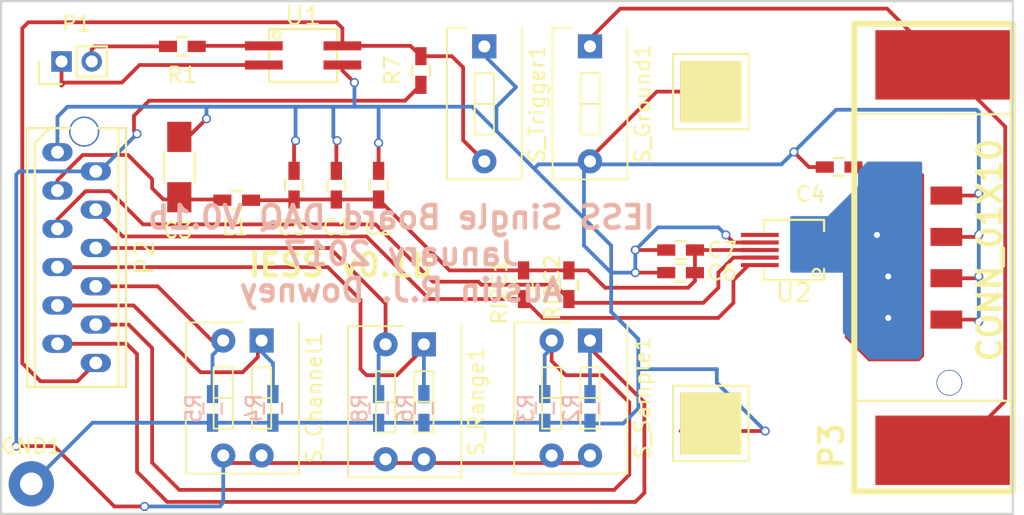
<source format=kicad_pcb>
(kicad_pcb (version 4) (host pcbnew 4.0.4+e1-6308~48~ubuntu14.04.1-stable)

  (general
    (links 72)
    (no_connects 1)
    (area 148.752381 88.85 217.95 125.075)
    (thickness 1.6)
    (drawings 7)
    (tracks 306)
    (zones 0)
    (modules 31)
    (nets 23)
  )

  (page A4)
  (layers
    (0 F.Cu signal)
    (31 B.Cu signal)
    (32 B.Adhes user hide)
    (33 F.Adhes user hide)
    (34 B.Paste user hide)
    (35 F.Paste user hide)
    (36 B.SilkS user)
    (37 F.SilkS user hide)
    (38 B.Mask user hide)
    (39 F.Mask user hide)
    (40 Dwgs.User user hide)
    (41 Cmts.User user hide)
    (42 Eco1.User user hide)
    (43 Eco2.User user hide)
    (44 Edge.Cuts user)
    (45 Margin user hide)
    (46 B.CrtYd user hide)
    (47 F.CrtYd user hide)
    (48 B.Fab user hide)
    (49 F.Fab user hide)
  )

  (setup
    (last_trace_width 0.25)
    (trace_clearance 0.2)
    (zone_clearance 0.508)
    (zone_45_only yes)
    (trace_min 0.2)
    (segment_width 0.2)
    (edge_width 0.15)
    (via_size 0.6)
    (via_drill 0.4)
    (via_min_size 0.4)
    (via_min_drill 0.3)
    (uvia_size 0.3)
    (uvia_drill 0.1)
    (uvias_allowed no)
    (uvia_min_size 0.2)
    (uvia_min_drill 0.1)
    (pcb_text_width 0.3)
    (pcb_text_size 1.5 1.5)
    (mod_edge_width 0.15)
    (mod_text_size 1 1)
    (mod_text_width 0.15)
    (pad_size 4.064 4.064)
    (pad_drill 0)
    (pad_to_mask_clearance 0.2)
    (aux_axis_origin 0 0)
    (visible_elements FFFFFF7F)
    (pcbplotparams
      (layerselection 0x010f0_80000001)
      (usegerberextensions false)
      (excludeedgelayer true)
      (linewidth 0.100000)
      (plotframeref false)
      (viasonmask false)
      (mode 1)
      (useauxorigin false)
      (hpglpennumber 1)
      (hpglpenspeed 20)
      (hpglpendiameter 15)
      (hpglpenoverlay 2)
      (psnegative false)
      (psa4output false)
      (plotreference true)
      (plotvalue true)
      (plotinvisibletext false)
      (padsonsilk false)
      (subtractmaskfromsilk false)
      (outputformat 1)
      (mirror false)
      (drillshape 0)
      (scaleselection 1)
      (outputdirectory Gerber/))
  )

  (net 0 "")
  (net 1 +3V3)
  (net 2 GNDA)
  (net 3 "Net-(C4-Pad1)")
  (net 4 "Net-(P1-Pad1)")
  (net 5 "Net-(P1-Pad2)")
  (net 6 +5V)
  (net 7 SDA)
  (net 8 SCL)
  (net 9 "Net-(P2-Pad6)")
  (net 10 "Net-(P2-Pad7)")
  (net 11 "Net-(P2-Pad8)")
  (net 12 "Net-(P2-Pad9)")
  (net 13 "Net-(P2-Pad10)")
  (net 14 "Net-(P2-Pad11)")
  (net 15 trigger)
  (net 16 "Net-(P3-Pad10)")
  (net 17 "Net-(R1-Pad1)")
  (net 18 "Net-(U2-Pad6)")
  (net 19 "Net-(P3-Pad7)")
  (net 20 "Net-(P3-Pad5)")
  (net 21 "Net-(P3-Pad3)")
  (net 22 "Net-(P3-Pad1)")

  (net_class Default "This is the default net class."
    (clearance 0.2)
    (trace_width 0.25)
    (via_dia 0.6)
    (via_drill 0.4)
    (uvia_dia 0.3)
    (uvia_drill 0.1)
    (add_net +3V3)
    (add_net +5V)
    (add_net GNDA)
    (add_net "Net-(C4-Pad1)")
    (add_net "Net-(P1-Pad1)")
    (add_net "Net-(P1-Pad2)")
    (add_net "Net-(P2-Pad10)")
    (add_net "Net-(P2-Pad11)")
    (add_net "Net-(P2-Pad6)")
    (add_net "Net-(P2-Pad7)")
    (add_net "Net-(P2-Pad8)")
    (add_net "Net-(P2-Pad9)")
    (add_net "Net-(P3-Pad1)")
    (add_net "Net-(P3-Pad10)")
    (add_net "Net-(P3-Pad3)")
    (add_net "Net-(P3-Pad5)")
    (add_net "Net-(P3-Pad7)")
    (add_net "Net-(R1-Pad1)")
    (add_net "Net-(U2-Pad6)")
    (add_net SCL)
    (add_net SDA)
    (add_net trigger)
  )

  (module Capacitors_SMD:C_0603_HandSoldering (layer F.Cu) (tedit 5801FC33) (tstamp 57FA6A3A)
    (at 172.2 101.2 90)
    (descr "Capacitor SMD 0603, hand soldering")
    (tags "capacitor 0603")
    (path /57FAB003)
    (attr smd)
    (fp_text reference C1 (at -2.8 0.05 360) (layer F.SilkS)
      (effects (font (size 1 1) (thickness 0.15)))
    )
    (fp_text value 1uF (at 3.95 0.05 270) (layer F.Fab)
      (effects (font (size 1 1) (thickness 0.15)))
    )
    (fp_line (start -0.8 0.4) (end -0.8 -0.4) (layer F.Fab) (width 0.15))
    (fp_line (start 0.8 0.4) (end -0.8 0.4) (layer F.Fab) (width 0.15))
    (fp_line (start 0.8 -0.4) (end 0.8 0.4) (layer F.Fab) (width 0.15))
    (fp_line (start -0.8 -0.4) (end 0.8 -0.4) (layer F.Fab) (width 0.15))
    (fp_line (start -1.85 -0.75) (end 1.85 -0.75) (layer F.CrtYd) (width 0.05))
    (fp_line (start -1.85 0.75) (end 1.85 0.75) (layer F.CrtYd) (width 0.05))
    (fp_line (start -1.85 -0.75) (end -1.85 0.75) (layer F.CrtYd) (width 0.05))
    (fp_line (start 1.85 -0.75) (end 1.85 0.75) (layer F.CrtYd) (width 0.05))
    (fp_line (start -0.35 -0.6) (end 0.35 -0.6) (layer F.SilkS) (width 0.15))
    (fp_line (start 0.35 0.6) (end -0.35 0.6) (layer F.SilkS) (width 0.15))
    (pad 1 smd rect (at -0.95 0 90) (size 1.2 0.75) (layers F.Cu F.Paste F.Mask)
      (net 1 +3V3))
    (pad 2 smd rect (at 0.95 0 90) (size 1.2 0.75) (layers F.Cu F.Paste F.Mask)
      (net 2 GNDA))
    (model Capacitors_SMD.3dshapes/C_0603_HandSoldering.wrl
      (at (xyz 0 0 0))
      (scale (xyz 1 1 1))
      (rotate (xyz 0 0 0))
    )
  )

  (module Capacitors_SMD:C_0603_HandSoldering (layer F.Cu) (tedit 5801FC3D) (tstamp 57FA6A4A)
    (at 175 101.2 90)
    (descr "Capacitor SMD 0603, hand soldering")
    (tags "capacitor 0603")
    (path /57FAB325)
    (attr smd)
    (fp_text reference C2 (at -2.8 0 180) (layer F.SilkS)
      (effects (font (size 1 1) (thickness 0.15)))
    )
    (fp_text value 0.1uF (at 3.95 0.25 90) (layer F.Fab)
      (effects (font (size 1 1) (thickness 0.15)))
    )
    (fp_line (start -0.8 0.4) (end -0.8 -0.4) (layer F.Fab) (width 0.15))
    (fp_line (start 0.8 0.4) (end -0.8 0.4) (layer F.Fab) (width 0.15))
    (fp_line (start 0.8 -0.4) (end 0.8 0.4) (layer F.Fab) (width 0.15))
    (fp_line (start -0.8 -0.4) (end 0.8 -0.4) (layer F.Fab) (width 0.15))
    (fp_line (start -1.85 -0.75) (end 1.85 -0.75) (layer F.CrtYd) (width 0.05))
    (fp_line (start -1.85 0.75) (end 1.85 0.75) (layer F.CrtYd) (width 0.05))
    (fp_line (start -1.85 -0.75) (end -1.85 0.75) (layer F.CrtYd) (width 0.05))
    (fp_line (start 1.85 -0.75) (end 1.85 0.75) (layer F.CrtYd) (width 0.05))
    (fp_line (start -0.35 -0.6) (end 0.35 -0.6) (layer F.SilkS) (width 0.15))
    (fp_line (start 0.35 0.6) (end -0.35 0.6) (layer F.SilkS) (width 0.15))
    (pad 1 smd rect (at -0.95 0 90) (size 1.2 0.75) (layers F.Cu F.Paste F.Mask)
      (net 1 +3V3))
    (pad 2 smd rect (at 0.95 0 90) (size 1.2 0.75) (layers F.Cu F.Paste F.Mask)
      (net 2 GNDA))
    (model Capacitors_SMD.3dshapes/C_0603_HandSoldering.wrl
      (at (xyz 0 0 0))
      (scale (xyz 1 1 1))
      (rotate (xyz 0 0 0))
    )
  )

  (module Capacitors_SMD:C_0603_HandSoldering (layer F.Cu) (tedit 5801FD4E) (tstamp 57FA6A6A)
    (at 205.5 100 180)
    (descr "Capacitor SMD 0603, hand soldering")
    (tags "capacitor 0603")
    (path /57FABCA3)
    (attr smd)
    (fp_text reference C4 (at 1.9 -1.8 180) (layer F.SilkS)
      (effects (font (size 1 1) (thickness 0.15)))
    )
    (fp_text value 51pF (at 0 1.9 180) (layer F.Fab)
      (effects (font (size 1 1) (thickness 0.15)))
    )
    (fp_line (start -0.8 0.4) (end -0.8 -0.4) (layer F.Fab) (width 0.15))
    (fp_line (start 0.8 0.4) (end -0.8 0.4) (layer F.Fab) (width 0.15))
    (fp_line (start 0.8 -0.4) (end 0.8 0.4) (layer F.Fab) (width 0.15))
    (fp_line (start -0.8 -0.4) (end 0.8 -0.4) (layer F.Fab) (width 0.15))
    (fp_line (start -1.85 -0.75) (end 1.85 -0.75) (layer F.CrtYd) (width 0.05))
    (fp_line (start -1.85 0.75) (end 1.85 0.75) (layer F.CrtYd) (width 0.05))
    (fp_line (start -1.85 -0.75) (end -1.85 0.75) (layer F.CrtYd) (width 0.05))
    (fp_line (start 1.85 -0.75) (end 1.85 0.75) (layer F.CrtYd) (width 0.05))
    (fp_line (start -0.35 -0.6) (end 0.35 -0.6) (layer F.SilkS) (width 0.15))
    (fp_line (start 0.35 0.6) (end -0.35 0.6) (layer F.SilkS) (width 0.15))
    (pad 1 smd rect (at -0.95 0 180) (size 1.2 0.75) (layers F.Cu F.Paste F.Mask)
      (net 3 "Net-(C4-Pad1)"))
    (pad 2 smd rect (at 0.95 0 180) (size 1.2 0.75) (layers F.Cu F.Paste F.Mask)
      (net 2 GNDA))
    (model Capacitors_SMD.3dshapes/C_0603_HandSoldering.wrl
      (at (xyz 0 0 0))
      (scale (xyz 1 1 1))
      (rotate (xyz 0 0 0))
    )
  )

  (module Capacitors_SMD:C_0603_HandSoldering (layer F.Cu) (tedit 5801FC37) (tstamp 57FA6A7A)
    (at 169.4 101.2 90)
    (descr "Capacitor SMD 0603, hand soldering")
    (tags "capacitor 0603")
    (path /57FA9701)
    (attr smd)
    (fp_text reference C5 (at -2.8 -0.15 180) (layer F.SilkS)
      (effects (font (size 1 1) (thickness 0.15)))
    )
    (fp_text value 10uF (at 3.95 0.1 270) (layer F.Fab)
      (effects (font (size 1 1) (thickness 0.15)))
    )
    (fp_line (start -0.8 0.4) (end -0.8 -0.4) (layer F.Fab) (width 0.15))
    (fp_line (start 0.8 0.4) (end -0.8 0.4) (layer F.Fab) (width 0.15))
    (fp_line (start 0.8 -0.4) (end 0.8 0.4) (layer F.Fab) (width 0.15))
    (fp_line (start -0.8 -0.4) (end 0.8 -0.4) (layer F.Fab) (width 0.15))
    (fp_line (start -1.85 -0.75) (end 1.85 -0.75) (layer F.CrtYd) (width 0.05))
    (fp_line (start -1.85 0.75) (end 1.85 0.75) (layer F.CrtYd) (width 0.05))
    (fp_line (start -1.85 -0.75) (end -1.85 0.75) (layer F.CrtYd) (width 0.05))
    (fp_line (start 1.85 -0.75) (end 1.85 0.75) (layer F.CrtYd) (width 0.05))
    (fp_line (start -0.35 -0.6) (end 0.35 -0.6) (layer F.SilkS) (width 0.15))
    (fp_line (start 0.35 0.6) (end -0.35 0.6) (layer F.SilkS) (width 0.15))
    (pad 1 smd rect (at -0.95 0 90) (size 1.2 0.75) (layers F.Cu F.Paste F.Mask)
      (net 1 +3V3))
    (pad 2 smd rect (at 0.95 0 90) (size 1.2 0.75) (layers F.Cu F.Paste F.Mask)
      (net 2 GNDA))
    (model Capacitors_SMD.3dshapes/C_0603_HandSoldering.wrl
      (at (xyz 0 0 0))
      (scale (xyz 1 1 1))
      (rotate (xyz 0 0 0))
    )
  )

  (module Capacitors_SMD:C_0603_HandSoldering (layer F.Cu) (tedit 5801FCE1) (tstamp 57FA6A8A)
    (at 195 107 180)
    (descr "Capacitor SMD 0603, hand soldering")
    (tags "capacitor 0603")
    (path /57FA977B)
    (attr smd)
    (fp_text reference C6 (at -2.75 0 180) (layer F.SilkS)
      (effects (font (size 1 1) (thickness 0.15)))
    )
    (fp_text value 1uF (at 3.25 0 180) (layer F.Fab)
      (effects (font (size 1 1) (thickness 0.15)))
    )
    (fp_line (start -0.8 0.4) (end -0.8 -0.4) (layer F.Fab) (width 0.15))
    (fp_line (start 0.8 0.4) (end -0.8 0.4) (layer F.Fab) (width 0.15))
    (fp_line (start 0.8 -0.4) (end 0.8 0.4) (layer F.Fab) (width 0.15))
    (fp_line (start -0.8 -0.4) (end 0.8 -0.4) (layer F.Fab) (width 0.15))
    (fp_line (start -1.85 -0.75) (end 1.85 -0.75) (layer F.CrtYd) (width 0.05))
    (fp_line (start -1.85 0.75) (end 1.85 0.75) (layer F.CrtYd) (width 0.05))
    (fp_line (start -1.85 -0.75) (end -1.85 0.75) (layer F.CrtYd) (width 0.05))
    (fp_line (start 1.85 -0.75) (end 1.85 0.75) (layer F.CrtYd) (width 0.05))
    (fp_line (start -0.35 -0.6) (end 0.35 -0.6) (layer F.SilkS) (width 0.15))
    (fp_line (start 0.35 0.6) (end -0.35 0.6) (layer F.SilkS) (width 0.15))
    (pad 1 smd rect (at -0.95 0 180) (size 1.2 0.75) (layers F.Cu F.Paste F.Mask)
      (net 1 +3V3))
    (pad 2 smd rect (at 0.95 0 180) (size 1.2 0.75) (layers F.Cu F.Paste F.Mask)
      (net 2 GNDA))
    (model Capacitors_SMD.3dshapes/C_0603_HandSoldering.wrl
      (at (xyz 0 0 0))
      (scale (xyz 1 1 1))
      (rotate (xyz 0 0 0))
    )
  )

  (module Capacitors_SMD:C_0603_HandSoldering (layer F.Cu) (tedit 5801FCF7) (tstamp 57FA6A9A)
    (at 195 105.5 180)
    (descr "Capacitor SMD 0603, hand soldering")
    (tags "capacitor 0603")
    (path /57FA97DE)
    (attr smd)
    (fp_text reference C7 (at -2.75 0 180) (layer F.SilkS)
      (effects (font (size 1 1) (thickness 0.15)))
    )
    (fp_text value 0.1uF (at 3.75 0 180) (layer F.Fab)
      (effects (font (size 1 1) (thickness 0.15)))
    )
    (fp_line (start -0.8 0.4) (end -0.8 -0.4) (layer F.Fab) (width 0.15))
    (fp_line (start 0.8 0.4) (end -0.8 0.4) (layer F.Fab) (width 0.15))
    (fp_line (start 0.8 -0.4) (end 0.8 0.4) (layer F.Fab) (width 0.15))
    (fp_line (start -0.8 -0.4) (end 0.8 -0.4) (layer F.Fab) (width 0.15))
    (fp_line (start -1.85 -0.75) (end 1.85 -0.75) (layer F.CrtYd) (width 0.05))
    (fp_line (start -1.85 0.75) (end 1.85 0.75) (layer F.CrtYd) (width 0.05))
    (fp_line (start -1.85 -0.75) (end -1.85 0.75) (layer F.CrtYd) (width 0.05))
    (fp_line (start 1.85 -0.75) (end 1.85 0.75) (layer F.CrtYd) (width 0.05))
    (fp_line (start -0.35 -0.6) (end 0.35 -0.6) (layer F.SilkS) (width 0.15))
    (fp_line (start 0.35 0.6) (end -0.35 0.6) (layer F.SilkS) (width 0.15))
    (pad 1 smd rect (at -0.95 0 180) (size 1.2 0.75) (layers F.Cu F.Paste F.Mask)
      (net 1 +3V3))
    (pad 2 smd rect (at 0.95 0 180) (size 1.2 0.75) (layers F.Cu F.Paste F.Mask)
      (net 2 GNDA))
    (model Capacitors_SMD.3dshapes/C_0603_HandSoldering.wrl
      (at (xyz 0 0 0))
      (scale (xyz 1 1 1))
      (rotate (xyz 0 0 0))
    )
  )

  (module Capacitors_SMD:C_0603_HandSoldering (layer F.Cu) (tedit 5801FC1E) (tstamp 57FA6AAA)
    (at 165.6 102.2)
    (descr "Capacitor SMD 0603, hand soldering")
    (tags "capacitor 0603")
    (path /57FA9608)
    (attr smd)
    (fp_text reference L1 (at -0.1 1.8) (layer F.SilkS)
      (effects (font (size 1 1) (thickness 0.15)))
    )
    (fp_text value 1uH (at 0.3 -1.8) (layer F.Fab)
      (effects (font (size 1 1) (thickness 0.15)))
    )
    (fp_line (start -0.8 0.4) (end -0.8 -0.4) (layer F.Fab) (width 0.15))
    (fp_line (start 0.8 0.4) (end -0.8 0.4) (layer F.Fab) (width 0.15))
    (fp_line (start 0.8 -0.4) (end 0.8 0.4) (layer F.Fab) (width 0.15))
    (fp_line (start -0.8 -0.4) (end 0.8 -0.4) (layer F.Fab) (width 0.15))
    (fp_line (start -1.85 -0.75) (end 1.85 -0.75) (layer F.CrtYd) (width 0.05))
    (fp_line (start -1.85 0.75) (end 1.85 0.75) (layer F.CrtYd) (width 0.05))
    (fp_line (start -1.85 -0.75) (end -1.85 0.75) (layer F.CrtYd) (width 0.05))
    (fp_line (start 1.85 -0.75) (end 1.85 0.75) (layer F.CrtYd) (width 0.05))
    (fp_line (start -0.35 -0.6) (end 0.35 -0.6) (layer F.SilkS) (width 0.15))
    (fp_line (start 0.35 0.6) (end -0.35 0.6) (layer F.SilkS) (width 0.15))
    (pad 1 smd rect (at -0.95 0) (size 1.2 0.75) (layers F.Cu F.Paste F.Mask)
      (net 1 +3V3))
    (pad 2 smd rect (at 0.95 0) (size 1.2 0.75) (layers F.Cu F.Paste F.Mask)
      (net 1 +3V3))
    (model Capacitors_SMD.3dshapes/C_0603_HandSoldering.wrl
      (at (xyz 0 0 0))
      (scale (xyz 1 1 1))
      (rotate (xyz 0 0 0))
    )
  )

  (module Pin_Headers:Pin_Header_Straight_1x02_Pitch2.00mm (layer F.Cu) (tedit 5801FC5C) (tstamp 57FA6ABA)
    (at 154 93 90)
    (descr "Through hole pin header, 1x02, 2.00mm pitch, single row")
    (tags "pin header single row")
    (path /57FA0621)
    (fp_text reference P1 (at 2.5 1 180) (layer F.SilkS)
      (effects (font (size 1 1) (thickness 0.15)))
    )
    (fp_text value CONN_01X02 (at -1.75 -3.25 90) (layer F.Fab)
      (effects (font (size 1 1) (thickness 0.15)))
    )
    (fp_line (start -1 1) (end 1 1) (layer F.SilkS) (width 0.15))
    (fp_line (start 1 1) (end 1 3) (layer F.SilkS) (width 0.15))
    (fp_line (start 1 3) (end -1 3) (layer F.SilkS) (width 0.15))
    (fp_line (start -1 3) (end -1 1) (layer F.SilkS) (width 0.15))
    (fp_line (start -1.6 -1.6) (end 1.6 -1.6) (layer F.CrtYd) (width 0.05))
    (fp_line (start 1.6 -1.6) (end 1.6 3.6) (layer F.CrtYd) (width 0.05))
    (fp_line (start 1.6 3.6) (end -1.6 3.6) (layer F.CrtYd) (width 0.05))
    (fp_line (start -1.6 3.6) (end -1.6 -1.6) (layer F.CrtYd) (width 0.05))
    (fp_line (start -1.5 0) (end -1.5 -1.5) (layer F.SilkS) (width 0.15))
    (fp_line (start -1.5 -1.5) (end 0 -1.5) (layer F.SilkS) (width 0.15))
    (pad 1 thru_hole rect (at 0 0 90) (size 1.35 1.35) (drill 0.8) (layers *.Cu *.Mask)
      (net 4 "Net-(P1-Pad1)"))
    (pad 2 thru_hole circle (at 0 2 90) (size 1.35 1.35) (drill 0.8) (layers *.Cu *.Mask)
      (net 5 "Net-(P1-Pad2)"))
    (model Pin_Headers.3dshapes/Pin_Header_Straight_1x02_Pitch2.00mm.wrl
      (at (xyz 0 0 0))
      (scale (xyz 1 1 1))
      (rotate (xyz 0 0 0))
    )
  )

  (module Downey:3M_12POS_ribbon_conn (layer F.Cu) (tedit 5801FC56) (tstamp 57FA6AD4)
    (at 155 106 270)
    (path /57F9FFFE)
    (fp_text reference P2 (at 0 -4.5 270) (layer F.SilkS)
      (effects (font (size 1.2 1.2) (thickness 0.15)))
    )
    (fp_text value CONN_01X12 (at 2.25 4 270) (layer F.Fab)
      (effects (font (size 1.2 1.2) (thickness 0.15)))
    )
    (fp_line (start -7.585 2.77) (end -8.585 1.77) (layer F.SilkS) (width 0.15))
    (fp_line (start -8.585 1.77) (end -8.585 -2.77) (layer F.SilkS) (width 0.15))
    (fp_line (start -8.585 -2.77) (end 8.585 -2.77) (layer F.SilkS) (width 0.15))
    (fp_line (start 8.585 -2.77) (end 8.585 2.77) (layer F.SilkS) (width 0.15))
    (fp_line (start 8.585 2.77) (end -7.585 2.77) (layer F.SilkS) (width 0.15))
    (fp_line (start -8.585 -3.27) (end 8.585 -3.27) (layer F.SilkS) (width 0.15))
    (fp_line (start 8.585 -3.27) (end 8.585 3.27) (layer F.SilkS) (width 0.15))
    (fp_line (start 8.585 3.27) (end -8.585 3.27) (layer F.SilkS) (width 0.15))
    (fp_line (start -8.585 3.27) (end -8.585 -3.27) (layer F.SilkS) (width 0.15))
    (pad 1 thru_hole oval (at -6.985 1.27 270) (size 1.2 2) (drill 0.85) (layers *.Cu *.Mask)
      (net 2 GNDA))
    (pad 2 thru_hole oval (at -5.715 -1.27 270) (size 1.2 2) (drill 0.85) (layers *.Cu *.Mask)
      (net 6 +5V))
    (pad 3 thru_hole oval (at -4.445 1.27 270) (size 1.2 2) (drill 0.85) (layers *.Cu *.Mask)
      (net 1 +3V3))
    (pad 4 thru_hole oval (at -3.175 -1.27 270) (size 1.2 2) (drill 0.85) (layers *.Cu *.Mask)
      (net 7 SDA))
    (pad 5 thru_hole oval (at -1.905 1.27 270) (size 1.2 2) (drill 0.85) (layers *.Cu *.Mask)
      (net 8 SCL))
    (pad 6 thru_hole oval (at -0.635 -1.27 270) (size 1.2 2) (drill 0.85) (layers *.Cu *.Mask)
      (net 9 "Net-(P2-Pad6)"))
    (pad 7 thru_hole oval (at 0.635 1.27 270) (size 1.2 2) (drill 0.85) (layers *.Cu *.Mask)
      (net 10 "Net-(P2-Pad7)"))
    (pad 8 thru_hole oval (at 1.905 -1.27 270) (size 1.2 2) (drill 0.85) (layers *.Cu *.Mask)
      (net 11 "Net-(P2-Pad8)"))
    (pad 9 thru_hole oval (at 3.175 1.27 270) (size 1.2 2) (drill 0.85) (layers *.Cu *.Mask)
      (net 12 "Net-(P2-Pad9)"))
    (pad 10 thru_hole oval (at 4.445 -1.27 270) (size 1.2 2) (drill 0.85) (layers *.Cu *.Mask)
      (net 13 "Net-(P2-Pad10)"))
    (pad 11 thru_hole oval (at 5.715 1.27 270) (size 1.2 2) (drill 0.85) (layers *.Cu *.Mask)
      (net 14 "Net-(P2-Pad11)"))
    (pad 12 thru_hole oval (at 6.985 -1.27 270) (size 1.2 2) (drill 0.85) (layers *.Cu *.Mask)
      (net 15 trigger))
    (pad "" np_thru_hole circle (at -8.35 -0.5 270) (size 2 2) (drill 1.8) (layers *.Cu *.Mask))
  )

  (module Capacitors_SMD:C_0603_HandSoldering (layer F.Cu) (tedit 541A9B4D) (tstamp 57FA6B14)
    (at 162 92 180)
    (descr "Capacitor SMD 0603, hand soldering")
    (tags "capacitor 0603")
    (path /57FA0735)
    (attr smd)
    (fp_text reference R1 (at 0 -1.9 180) (layer F.SilkS)
      (effects (font (size 1 1) (thickness 0.15)))
    )
    (fp_text value 0k1 (at 0 1.9 180) (layer F.Fab)
      (effects (font (size 1 1) (thickness 0.15)))
    )
    (fp_line (start -0.8 0.4) (end -0.8 -0.4) (layer F.Fab) (width 0.15))
    (fp_line (start 0.8 0.4) (end -0.8 0.4) (layer F.Fab) (width 0.15))
    (fp_line (start 0.8 -0.4) (end 0.8 0.4) (layer F.Fab) (width 0.15))
    (fp_line (start -0.8 -0.4) (end 0.8 -0.4) (layer F.Fab) (width 0.15))
    (fp_line (start -1.85 -0.75) (end 1.85 -0.75) (layer F.CrtYd) (width 0.05))
    (fp_line (start -1.85 0.75) (end 1.85 0.75) (layer F.CrtYd) (width 0.05))
    (fp_line (start -1.85 -0.75) (end -1.85 0.75) (layer F.CrtYd) (width 0.05))
    (fp_line (start 1.85 -0.75) (end 1.85 0.75) (layer F.CrtYd) (width 0.05))
    (fp_line (start -0.35 -0.6) (end 0.35 -0.6) (layer F.SilkS) (width 0.15))
    (fp_line (start 0.35 0.6) (end -0.35 0.6) (layer F.SilkS) (width 0.15))
    (pad 1 smd rect (at -0.95 0 180) (size 1.2 0.75) (layers F.Cu F.Paste F.Mask)
      (net 17 "Net-(R1-Pad1)"))
    (pad 2 smd rect (at 0.95 0 180) (size 1.2 0.75) (layers F.Cu F.Paste F.Mask)
      (net 5 "Net-(P1-Pad2)"))
    (model Capacitors_SMD.3dshapes/C_0603_HandSoldering.wrl
      (at (xyz 0 0 0))
      (scale (xyz 1 1 1))
      (rotate (xyz 0 0 0))
    )
  )

  (module Capacitors_SMD:C_0603_HandSoldering (layer B.Cu) (tedit 58033A10) (tstamp 57FA6B24)
    (at 189 116 270)
    (descr "Capacitor SMD 0603, hand soldering")
    (tags "capacitor 0603")
    (path /57FA222C)
    (attr smd)
    (fp_text reference R2 (at 0 1.25 270) (layer B.SilkS)
      (effects (font (size 1 1) (thickness 0.15)) (justify mirror))
    )
    (fp_text value 10k (at 0 -1.9 270) (layer B.Fab)
      (effects (font (size 1 1) (thickness 0.15)) (justify mirror))
    )
    (fp_line (start -0.8 -0.4) (end -0.8 0.4) (layer B.Fab) (width 0.15))
    (fp_line (start 0.8 -0.4) (end -0.8 -0.4) (layer B.Fab) (width 0.15))
    (fp_line (start 0.8 0.4) (end 0.8 -0.4) (layer B.Fab) (width 0.15))
    (fp_line (start -0.8 0.4) (end 0.8 0.4) (layer B.Fab) (width 0.15))
    (fp_line (start -1.85 0.75) (end 1.85 0.75) (layer B.CrtYd) (width 0.05))
    (fp_line (start -1.85 -0.75) (end 1.85 -0.75) (layer B.CrtYd) (width 0.05))
    (fp_line (start -1.85 0.75) (end -1.85 -0.75) (layer B.CrtYd) (width 0.05))
    (fp_line (start 1.85 0.75) (end 1.85 -0.75) (layer B.CrtYd) (width 0.05))
    (fp_line (start -0.35 0.6) (end 0.35 0.6) (layer B.SilkS) (width 0.15))
    (fp_line (start 0.35 -0.6) (end -0.35 -0.6) (layer B.SilkS) (width 0.15))
    (pad 1 smd rect (at -0.95 0 270) (size 1.2 0.75) (layers B.Cu B.Paste B.Mask)
      (net 14 "Net-(P2-Pad11)"))
    (pad 2 smd rect (at 0.95 0 270) (size 1.2 0.75) (layers B.Cu B.Paste B.Mask)
      (net 2 GNDA))
    (model Capacitors_SMD.3dshapes/C_0603_HandSoldering.wrl
      (at (xyz 0 0 0))
      (scale (xyz 1 1 1))
      (rotate (xyz 0 0 0))
    )
  )

  (module Capacitors_SMD:C_0603_HandSoldering (layer B.Cu) (tedit 58033A0A) (tstamp 57FA6B34)
    (at 186 116 270)
    (descr "Capacitor SMD 0603, hand soldering")
    (tags "capacitor 0603")
    (path /57FA2141)
    (attr smd)
    (fp_text reference R3 (at 0 1.25 270) (layer B.SilkS)
      (effects (font (size 1 1) (thickness 0.15)) (justify mirror))
    )
    (fp_text value 10k (at 0 -1.9 270) (layer B.Fab)
      (effects (font (size 1 1) (thickness 0.15)) (justify mirror))
    )
    (fp_line (start -0.8 -0.4) (end -0.8 0.4) (layer B.Fab) (width 0.15))
    (fp_line (start 0.8 -0.4) (end -0.8 -0.4) (layer B.Fab) (width 0.15))
    (fp_line (start 0.8 0.4) (end 0.8 -0.4) (layer B.Fab) (width 0.15))
    (fp_line (start -0.8 0.4) (end 0.8 0.4) (layer B.Fab) (width 0.15))
    (fp_line (start -1.85 0.75) (end 1.85 0.75) (layer B.CrtYd) (width 0.05))
    (fp_line (start -1.85 -0.75) (end 1.85 -0.75) (layer B.CrtYd) (width 0.05))
    (fp_line (start -1.85 0.75) (end -1.85 -0.75) (layer B.CrtYd) (width 0.05))
    (fp_line (start 1.85 0.75) (end 1.85 -0.75) (layer B.CrtYd) (width 0.05))
    (fp_line (start -0.35 0.6) (end 0.35 0.6) (layer B.SilkS) (width 0.15))
    (fp_line (start 0.35 -0.6) (end -0.35 -0.6) (layer B.SilkS) (width 0.15))
    (pad 1 smd rect (at -0.95 0 270) (size 1.2 0.75) (layers B.Cu B.Paste B.Mask)
      (net 13 "Net-(P2-Pad10)"))
    (pad 2 smd rect (at 0.95 0 270) (size 1.2 0.75) (layers B.Cu B.Paste B.Mask)
      (net 2 GNDA))
    (model Capacitors_SMD.3dshapes/C_0603_HandSoldering.wrl
      (at (xyz 0 0 0))
      (scale (xyz 1 1 1))
      (rotate (xyz 0 0 0))
    )
  )

  (module Capacitors_SMD:C_0603_HandSoldering (layer B.Cu) (tedit 580339FA) (tstamp 57FA6B44)
    (at 168 116 270)
    (descr "Capacitor SMD 0603, hand soldering")
    (tags "capacitor 0603")
    (path /57FA20F1)
    (attr smd)
    (fp_text reference R4 (at 0 1.25 270) (layer B.SilkS)
      (effects (font (size 1 1) (thickness 0.15)) (justify mirror))
    )
    (fp_text value 10k (at 0 -1.9 270) (layer B.Fab)
      (effects (font (size 1 1) (thickness 0.15)) (justify mirror))
    )
    (fp_line (start -0.8 -0.4) (end -0.8 0.4) (layer B.Fab) (width 0.15))
    (fp_line (start 0.8 -0.4) (end -0.8 -0.4) (layer B.Fab) (width 0.15))
    (fp_line (start 0.8 0.4) (end 0.8 -0.4) (layer B.Fab) (width 0.15))
    (fp_line (start -0.8 0.4) (end 0.8 0.4) (layer B.Fab) (width 0.15))
    (fp_line (start -1.85 0.75) (end 1.85 0.75) (layer B.CrtYd) (width 0.05))
    (fp_line (start -1.85 -0.75) (end 1.85 -0.75) (layer B.CrtYd) (width 0.05))
    (fp_line (start -1.85 0.75) (end -1.85 -0.75) (layer B.CrtYd) (width 0.05))
    (fp_line (start 1.85 0.75) (end 1.85 -0.75) (layer B.CrtYd) (width 0.05))
    (fp_line (start -0.35 0.6) (end 0.35 0.6) (layer B.SilkS) (width 0.15))
    (fp_line (start 0.35 -0.6) (end -0.35 -0.6) (layer B.SilkS) (width 0.15))
    (pad 1 smd rect (at -0.95 0 270) (size 1.2 0.75) (layers B.Cu B.Paste B.Mask)
      (net 12 "Net-(P2-Pad9)"))
    (pad 2 smd rect (at 0.95 0 270) (size 1.2 0.75) (layers B.Cu B.Paste B.Mask)
      (net 2 GNDA))
    (model Capacitors_SMD.3dshapes/C_0603_HandSoldering.wrl
      (at (xyz 0 0 0))
      (scale (xyz 1 1 1))
      (rotate (xyz 0 0 0))
    )
  )

  (module Capacitors_SMD:C_0603_HandSoldering (layer B.Cu) (tedit 580339F3) (tstamp 57FA6B54)
    (at 164 116 270)
    (descr "Capacitor SMD 0603, hand soldering")
    (tags "capacitor 0603")
    (path /57FA20A4)
    (attr smd)
    (fp_text reference R5 (at 0 1.25 450) (layer B.SilkS)
      (effects (font (size 1 1) (thickness 0.15)) (justify mirror))
    )
    (fp_text value 10k (at 0 -1.9 270) (layer B.Fab)
      (effects (font (size 1 1) (thickness 0.15)) (justify mirror))
    )
    (fp_line (start -0.8 -0.4) (end -0.8 0.4) (layer B.Fab) (width 0.15))
    (fp_line (start 0.8 -0.4) (end -0.8 -0.4) (layer B.Fab) (width 0.15))
    (fp_line (start 0.8 0.4) (end 0.8 -0.4) (layer B.Fab) (width 0.15))
    (fp_line (start -0.8 0.4) (end 0.8 0.4) (layer B.Fab) (width 0.15))
    (fp_line (start -1.85 0.75) (end 1.85 0.75) (layer B.CrtYd) (width 0.05))
    (fp_line (start -1.85 -0.75) (end 1.85 -0.75) (layer B.CrtYd) (width 0.05))
    (fp_line (start -1.85 0.75) (end -1.85 -0.75) (layer B.CrtYd) (width 0.05))
    (fp_line (start 1.85 0.75) (end 1.85 -0.75) (layer B.CrtYd) (width 0.05))
    (fp_line (start -0.35 0.6) (end 0.35 0.6) (layer B.SilkS) (width 0.15))
    (fp_line (start 0.35 -0.6) (end -0.35 -0.6) (layer B.SilkS) (width 0.15))
    (pad 1 smd rect (at -0.95 0 270) (size 1.2 0.75) (layers B.Cu B.Paste B.Mask)
      (net 11 "Net-(P2-Pad8)"))
    (pad 2 smd rect (at 0.95 0 270) (size 1.2 0.75) (layers B.Cu B.Paste B.Mask)
      (net 2 GNDA))
    (model Capacitors_SMD.3dshapes/C_0603_HandSoldering.wrl
      (at (xyz 0 0 0))
      (scale (xyz 1 1 1))
      (rotate (xyz 0 0 0))
    )
  )

  (module Capacitors_SMD:C_0603_HandSoldering (layer B.Cu) (tedit 58033A04) (tstamp 57FA6B64)
    (at 178 116 270)
    (descr "Capacitor SMD 0603, hand soldering")
    (tags "capacitor 0603")
    (path /57FA1675)
    (attr smd)
    (fp_text reference R6 (at 0 1.25 270) (layer B.SilkS)
      (effects (font (size 1 1) (thickness 0.15)) (justify mirror))
    )
    (fp_text value 10k (at 0 -1.9 270) (layer B.Fab)
      (effects (font (size 1 1) (thickness 0.15)) (justify mirror))
    )
    (fp_line (start -0.8 -0.4) (end -0.8 0.4) (layer B.Fab) (width 0.15))
    (fp_line (start 0.8 -0.4) (end -0.8 -0.4) (layer B.Fab) (width 0.15))
    (fp_line (start 0.8 0.4) (end 0.8 -0.4) (layer B.Fab) (width 0.15))
    (fp_line (start -0.8 0.4) (end 0.8 0.4) (layer B.Fab) (width 0.15))
    (fp_line (start -1.85 0.75) (end 1.85 0.75) (layer B.CrtYd) (width 0.05))
    (fp_line (start -1.85 -0.75) (end 1.85 -0.75) (layer B.CrtYd) (width 0.05))
    (fp_line (start -1.85 0.75) (end -1.85 -0.75) (layer B.CrtYd) (width 0.05))
    (fp_line (start 1.85 0.75) (end 1.85 -0.75) (layer B.CrtYd) (width 0.05))
    (fp_line (start -0.35 0.6) (end 0.35 0.6) (layer B.SilkS) (width 0.15))
    (fp_line (start 0.35 -0.6) (end -0.35 -0.6) (layer B.SilkS) (width 0.15))
    (pad 1 smd rect (at -0.95 0 270) (size 1.2 0.75) (layers B.Cu B.Paste B.Mask)
      (net 10 "Net-(P2-Pad7)"))
    (pad 2 smd rect (at 0.95 0 270) (size 1.2 0.75) (layers B.Cu B.Paste B.Mask)
      (net 2 GNDA))
    (model Capacitors_SMD.3dshapes/C_0603_HandSoldering.wrl
      (at (xyz 0 0 0))
      (scale (xyz 1 1 1))
      (rotate (xyz 0 0 0))
    )
  )

  (module Capacitors_SMD:C_0603_HandSoldering (layer F.Cu) (tedit 541A9B4D) (tstamp 57FA6B74)
    (at 177.8 93.6 90)
    (descr "Capacitor SMD 0603, hand soldering")
    (tags "capacitor 0603")
    (path /57FA0A56)
    (attr smd)
    (fp_text reference R7 (at 0 -1.9 90) (layer F.SilkS)
      (effects (font (size 1 1) (thickness 0.15)))
    )
    (fp_text value 10k (at 0 1.9 90) (layer F.Fab)
      (effects (font (size 1 1) (thickness 0.15)))
    )
    (fp_line (start -0.8 0.4) (end -0.8 -0.4) (layer F.Fab) (width 0.15))
    (fp_line (start 0.8 0.4) (end -0.8 0.4) (layer F.Fab) (width 0.15))
    (fp_line (start 0.8 -0.4) (end 0.8 0.4) (layer F.Fab) (width 0.15))
    (fp_line (start -0.8 -0.4) (end 0.8 -0.4) (layer F.Fab) (width 0.15))
    (fp_line (start -1.85 -0.75) (end 1.85 -0.75) (layer F.CrtYd) (width 0.05))
    (fp_line (start -1.85 0.75) (end 1.85 0.75) (layer F.CrtYd) (width 0.05))
    (fp_line (start -1.85 -0.75) (end -1.85 0.75) (layer F.CrtYd) (width 0.05))
    (fp_line (start 1.85 -0.75) (end 1.85 0.75) (layer F.CrtYd) (width 0.05))
    (fp_line (start -0.35 -0.6) (end 0.35 -0.6) (layer F.SilkS) (width 0.15))
    (fp_line (start 0.35 0.6) (end -0.35 0.6) (layer F.SilkS) (width 0.15))
    (pad 1 smd rect (at -0.95 0 90) (size 1.2 0.75) (layers F.Cu F.Paste F.Mask)
      (net 6 +5V))
    (pad 2 smd rect (at 0.95 0 90) (size 1.2 0.75) (layers F.Cu F.Paste F.Mask)
      (net 15 trigger))
    (model Capacitors_SMD.3dshapes/C_0603_HandSoldering.wrl
      (at (xyz 0 0 0))
      (scale (xyz 1 1 1))
      (rotate (xyz 0 0 0))
    )
  )

  (module Capacitors_SMD:C_0603_HandSoldering (layer B.Cu) (tedit 58033A00) (tstamp 57FA6B84)
    (at 175 116 270)
    (descr "Capacitor SMD 0603, hand soldering")
    (tags "capacitor 0603")
    (path /57FA16D4)
    (attr smd)
    (fp_text reference R8 (at 0 1.25 270) (layer B.SilkS)
      (effects (font (size 1 1) (thickness 0.15)) (justify mirror))
    )
    (fp_text value 10k (at 0 -1.9 270) (layer B.Fab)
      (effects (font (size 1 1) (thickness 0.15)) (justify mirror))
    )
    (fp_line (start -0.8 -0.4) (end -0.8 0.4) (layer B.Fab) (width 0.15))
    (fp_line (start 0.8 -0.4) (end -0.8 -0.4) (layer B.Fab) (width 0.15))
    (fp_line (start 0.8 0.4) (end 0.8 -0.4) (layer B.Fab) (width 0.15))
    (fp_line (start -0.8 0.4) (end 0.8 0.4) (layer B.Fab) (width 0.15))
    (fp_line (start -1.85 0.75) (end 1.85 0.75) (layer B.CrtYd) (width 0.05))
    (fp_line (start -1.85 -0.75) (end 1.85 -0.75) (layer B.CrtYd) (width 0.05))
    (fp_line (start -1.85 0.75) (end -1.85 -0.75) (layer B.CrtYd) (width 0.05))
    (fp_line (start 1.85 0.75) (end 1.85 -0.75) (layer B.CrtYd) (width 0.05))
    (fp_line (start -0.35 0.6) (end 0.35 0.6) (layer B.SilkS) (width 0.15))
    (fp_line (start 0.35 -0.6) (end -0.35 -0.6) (layer B.SilkS) (width 0.15))
    (pad 1 smd rect (at -0.95 0 270) (size 1.2 0.75) (layers B.Cu B.Paste B.Mask)
      (net 9 "Net-(P2-Pad6)"))
    (pad 2 smd rect (at 0.95 0 270) (size 1.2 0.75) (layers B.Cu B.Paste B.Mask)
      (net 2 GNDA))
    (model Capacitors_SMD.3dshapes/C_0603_HandSoldering.wrl
      (at (xyz 0 0 0))
      (scale (xyz 1 1 1))
      (rotate (xyz 0 0 0))
    )
  )

  (module Capacitors_SMD:C_0603_HandSoldering (layer F.Cu) (tedit 5801FCD0) (tstamp 57FA6B94)
    (at 184.6 107.8 270)
    (descr "Capacitor SMD 0603, hand soldering")
    (tags "capacitor 0603")
    (path /57FA72A6)
    (attr smd)
    (fp_text reference RI2C1 (at 0.45 1.6 270) (layer F.SilkS)
      (effects (font (size 1 1) (thickness 0.15)))
    )
    (fp_text value 4k7 (at -3.05 2.35 270) (layer F.Fab)
      (effects (font (size 1 1) (thickness 0.15)))
    )
    (fp_line (start -0.8 0.4) (end -0.8 -0.4) (layer F.Fab) (width 0.15))
    (fp_line (start 0.8 0.4) (end -0.8 0.4) (layer F.Fab) (width 0.15))
    (fp_line (start 0.8 -0.4) (end 0.8 0.4) (layer F.Fab) (width 0.15))
    (fp_line (start -0.8 -0.4) (end 0.8 -0.4) (layer F.Fab) (width 0.15))
    (fp_line (start -1.85 -0.75) (end 1.85 -0.75) (layer F.CrtYd) (width 0.05))
    (fp_line (start -1.85 0.75) (end 1.85 0.75) (layer F.CrtYd) (width 0.05))
    (fp_line (start -1.85 -0.75) (end -1.85 0.75) (layer F.CrtYd) (width 0.05))
    (fp_line (start 1.85 -0.75) (end 1.85 0.75) (layer F.CrtYd) (width 0.05))
    (fp_line (start -0.35 -0.6) (end 0.35 -0.6) (layer F.SilkS) (width 0.15))
    (fp_line (start 0.35 0.6) (end -0.35 0.6) (layer F.SilkS) (width 0.15))
    (pad 1 smd rect (at -0.95 0 270) (size 1.2 0.75) (layers F.Cu F.Paste F.Mask)
      (net 1 +3V3))
    (pad 2 smd rect (at 0.95 0 270) (size 1.2 0.75) (layers F.Cu F.Paste F.Mask)
      (net 7 SDA))
    (model Capacitors_SMD.3dshapes/C_0603_HandSoldering.wrl
      (at (xyz 0 0 0))
      (scale (xyz 1 1 1))
      (rotate (xyz 0 0 0))
    )
  )

  (module Capacitors_SMD:C_0603_HandSoldering (layer F.Cu) (tedit 5801FCD2) (tstamp 57FA6BA4)
    (at 187.6 107.8 270)
    (descr "Capacitor SMD 0603, hand soldering")
    (tags "capacitor 0603")
    (path /57FA7321)
    (attr smd)
    (fp_text reference RI2C2 (at 0.2 1.1 270) (layer F.SilkS)
      (effects (font (size 1 1) (thickness 0.15)))
    )
    (fp_text value 4k7 (at -3.3 1.1 270) (layer F.Fab)
      (effects (font (size 1 1) (thickness 0.15)))
    )
    (fp_line (start -0.8 0.4) (end -0.8 -0.4) (layer F.Fab) (width 0.15))
    (fp_line (start 0.8 0.4) (end -0.8 0.4) (layer F.Fab) (width 0.15))
    (fp_line (start 0.8 -0.4) (end 0.8 0.4) (layer F.Fab) (width 0.15))
    (fp_line (start -0.8 -0.4) (end 0.8 -0.4) (layer F.Fab) (width 0.15))
    (fp_line (start -1.85 -0.75) (end 1.85 -0.75) (layer F.CrtYd) (width 0.05))
    (fp_line (start -1.85 0.75) (end 1.85 0.75) (layer F.CrtYd) (width 0.05))
    (fp_line (start -1.85 -0.75) (end -1.85 0.75) (layer F.CrtYd) (width 0.05))
    (fp_line (start 1.85 -0.75) (end 1.85 0.75) (layer F.CrtYd) (width 0.05))
    (fp_line (start -0.35 -0.6) (end 0.35 -0.6) (layer F.SilkS) (width 0.15))
    (fp_line (start 0.35 0.6) (end -0.35 0.6) (layer F.SilkS) (width 0.15))
    (pad 1 smd rect (at -0.95 0 270) (size 1.2 0.75) (layers F.Cu F.Paste F.Mask)
      (net 1 +3V3))
    (pad 2 smd rect (at 0.95 0 270) (size 1.2 0.75) (layers F.Cu F.Paste F.Mask)
      (net 8 SCL))
    (model Capacitors_SMD.3dshapes/C_0603_HandSoldering.wrl
      (at (xyz 0 0 0))
      (scale (xyz 1 1 1))
      (rotate (xyz 0 0 0))
    )
  )

  (module Downey:EL3H7 (layer F.Cu) (tedit 57FA4E39) (tstamp 57FA6C15)
    (at 170 92.6 270)
    (path /57FAE758)
    (fp_text reference U1 (at -2.635 0 360) (layer F.SilkS)
      (effects (font (size 1.2 1.2) (thickness 0.15)))
    )
    (fp_text value EL3H7 (at 3 0 360) (layer F.Fab)
      (effects (font (size 1.2 1.2) (thickness 0.15)))
    )
    (fp_circle (center -1.35 1.75) (end -1.1 1.75) (layer F.SilkS) (width 0.15))
    (fp_line (start 0.25 -2.25) (end -0.25 -2.25) (layer F.SilkS) (width 0.15))
    (fp_line (start 1 2.25) (end 1.5 2.25) (layer F.SilkS) (width 0.15))
    (fp_line (start 1.5 2.25) (end 1.75 2.25) (layer F.SilkS) (width 0.15))
    (fp_line (start 1.75 2.25) (end 1.75 -2.25) (layer F.SilkS) (width 0.15))
    (fp_line (start 1.75 -2.25) (end 1 -2.25) (layer F.SilkS) (width 0.15))
    (fp_line (start -0.25 2.25) (end 0.25 2.25) (layer F.SilkS) (width 0.15))
    (fp_line (start -1 -2.25) (end -1.75 -2.25) (layer F.SilkS) (width 0.15))
    (fp_line (start -1.75 -2.25) (end -1.75 2.25) (layer F.SilkS) (width 0.15))
    (fp_line (start -1.75 2.25) (end -1 2.25) (layer F.SilkS) (width 0.15))
    (pad 4 smd rect (at -0.635 -2.6 270) (size 0.6 2.5) (layers F.Cu F.Paste F.Mask)
      (net 15 trigger))
    (pad 1 smd rect (at -0.635 2.6 270) (size 0.6 2.5) (layers F.Cu F.Paste F.Mask)
      (net 17 "Net-(R1-Pad1)"))
    (pad 3 smd rect (at 0.635 -2.6 270) (size 0.6 2.5) (layers F.Cu F.Paste F.Mask)
      (net 2 GNDA))
    (pad 2 smd rect (at 0.635 2.6 270) (size 0.6 2.5) (layers F.Cu F.Paste F.Mask)
      (net 4 "Net-(P1-Pad1)"))
    (model /home/downey/KiKad_Libary_Downey/Downey/3D/walter/smd_dil/mfp-4.wrl
      (at (xyz 0 0 0))
      (scale (xyz 1 1 1))
      (rotate (xyz 0 0 0))
    )
  )

  (module Downey:SOIC_10_FDC1004 (layer F.Cu) (tedit 586D5A93) (tstamp 57FA6C2D)
    (at 202.5 105.5 90)
    (path /57FA6132)
    (fp_text reference U2 (at -2.835 0 180) (layer F.SilkS)
      (effects (font (size 1.2 1.2) (thickness 0.15)))
    )
    (fp_text value FDC1004custom (at 3.5 -0.1 180) (layer F.Fab)
      (effects (font (size 1.2 1.2) (thickness 0.15)))
    )
    (fp_line (start 2 2) (end 2 -2) (layer F.SilkS) (width 0.15))
    (fp_line (start 2 -2) (end 1.75 -2) (layer F.SilkS) (width 0.15))
    (fp_line (start 2 2) (end 1.75 2) (layer F.SilkS) (width 0.15))
    (fp_circle (center -1.5 1.5) (end -1.5 1.75) (layer F.SilkS) (width 0.15))
    (fp_line (start -1.25 2) (end -2 2) (layer F.SilkS) (width 0.15))
    (fp_line (start -2 2) (end -2 -2) (layer F.SilkS) (width 0.15))
    (fp_line (start -2 -2) (end -1.75 -2) (layer F.SilkS) (width 0.15))
    (fp_line (start 1.25 -2) (end 1.75 -2) (layer F.SilkS) (width 0.15))
    (fp_line (start 1.75 2) (end 1.25 2) (layer F.SilkS) (width 0.15))
    (fp_line (start -1.75 -2) (end -1.25 -2) (layer F.SilkS) (width 0.15))
    (pad 10 smd rect (at -1 -2.25 90) (size 0.27 2.5) (layers F.Cu F.Paste F.Mask)
      (net 7 SDA))
    (pad 1 smd rect (at -1 2.25 90) (size 0.27 2.5) (layers F.Cu F.Paste F.Mask)
      (net 3 "Net-(C4-Pad1)"))
    (pad 9 smd rect (at -0.5 -2.25 90) (size 0.27 2.5) (layers F.Cu F.Paste F.Mask)
      (net 8 SCL))
    (pad 2 smd rect (at -0.5 2.25 90) (size 0.27 2.5) (layers F.Cu F.Paste F.Mask)
      (net 22 "Net-(P3-Pad1)"))
    (pad 8 smd rect (at 0 -2.25 90) (size 0.27 2.5) (layers F.Cu F.Paste F.Mask)
      (net 1 +3V3))
    (pad 3 smd rect (at 0 2.25 90) (size 0.27 2.5) (layers F.Cu F.Paste F.Mask)
      (net 21 "Net-(P3-Pad3)"))
    (pad 7 smd rect (at 0.5 -2.25 90) (size 0.27 2.5) (layers F.Cu F.Paste F.Mask)
      (net 2 GNDA))
    (pad 4 smd rect (at 0.5 2.25 90) (size 0.27 2.5) (layers F.Cu F.Paste F.Mask)
      (net 20 "Net-(P3-Pad5)"))
    (pad 6 smd rect (at 1 -2.25 90) (size 0.27 2.5) (layers F.Cu F.Paste F.Mask)
      (net 18 "Net-(U2-Pad6)"))
    (pad 5 smd rect (at 1 2.25 90) (size 0.27 2.5) (layers F.Cu F.Paste F.Mask)
      (net 19 "Net-(P3-Pad7)"))
    (model /home/downey/KiKad_Libary_Downey/Downey/3D/walter/smd_dil/msoic-10.wrl
      (at (xyz 0 0 0))
      (scale (xyz 1 1 1))
      (rotate (xyz 0 0 0))
    )
  )

  (module SMD_Packages:1Pin (layer F.Cu) (tedit 5801FD5F) (tstamp 57FA8C6B)
    (at 197 117)
    (descr "module 1 pin (ou trou mecanique de percage)")
    (tags DEV)
    (path /57FAA173)
    (fp_text reference P4 (at 0 -3.50012) (layer F.SilkS) hide
      (effects (font (size 1 1) (thickness 0.15)))
    )
    (fp_text value CONN_01X01 (at 0.24892 3.74904) (layer F.Fab)
      (effects (font (size 1 1) (thickness 0.15)))
    )
    (fp_line (start -2.49936 -2.49936) (end 2.49936 -2.49936) (layer F.SilkS) (width 0.15))
    (fp_line (start 2.49936 -2.49936) (end 2.49936 2.49936) (layer F.SilkS) (width 0.15))
    (fp_line (start 2.49936 2.49936) (end -2.49936 2.49936) (layer F.SilkS) (width 0.15))
    (fp_line (start -2.49936 2.49936) (end -2.49936 -2.49936) (layer F.SilkS) (width 0.15))
    (pad 1 smd rect (at 0 0) (size 4.064 4.064) (layers F.Cu F.Paste F.SilkS F.Mask)
      (net 2 GNDA))
  )

  (module SMD_Packages:1Pin (layer F.Cu) (tedit 586D696D) (tstamp 57FA8C70)
    (at 197 95)
    (descr "module 1 pin (ou trou mecanique de percage)")
    (tags DEV)
    (path /57FAA0FE)
    (fp_text reference P5 (at 0 -3.50012) (layer F.SilkS) hide
      (effects (font (size 1 1) (thickness 0.15)))
    )
    (fp_text value CONN_01X01 (at 0.24892 3.74904) (layer F.Fab)
      (effects (font (size 1 1) (thickness 0.15)))
    )
    (fp_line (start -2.49936 -2.49936) (end 2.49936 -2.49936) (layer F.SilkS) (width 0.15))
    (fp_line (start 2.49936 -2.49936) (end 2.49936 2.49936) (layer F.SilkS) (width 0.15))
    (fp_line (start 2.49936 2.49936) (end -2.49936 2.49936) (layer F.SilkS) (width 0.15))
    (fp_line (start -2.49936 2.49936) (end -2.49936 -2.49936) (layer F.SilkS) (width 0.15))
    (pad 1 smd rect (at 0 0) (size 4.064 4.064) (layers F.Cu F.Paste F.SilkS F.Mask)
      (net 2 GNDA))
  )

  (module Capacitors_SMD:C_1206_HandSoldering (layer F.Cu) (tedit 5801FBEB) (tstamp 5801EDFC)
    (at 161.8 100 90)
    (descr "Capacitor SMD 1206, hand soldering")
    (tags "capacitor 1206")
    (path /57FA96A1)
    (attr smd)
    (fp_text reference C3 (at -4.2 -0.1 180) (layer F.SilkS)
      (effects (font (size 1 1) (thickness 0.15)))
    )
    (fp_text value 100uF (at 4.1 0.2 180) (layer F.Fab)
      (effects (font (size 1 1) (thickness 0.15)))
    )
    (fp_line (start -1.6 0.8) (end -1.6 -0.8) (layer F.Fab) (width 0.15))
    (fp_line (start 1.6 0.8) (end -1.6 0.8) (layer F.Fab) (width 0.15))
    (fp_line (start 1.6 -0.8) (end 1.6 0.8) (layer F.Fab) (width 0.15))
    (fp_line (start -1.6 -0.8) (end 1.6 -0.8) (layer F.Fab) (width 0.15))
    (fp_line (start -3.3 -1.15) (end 3.3 -1.15) (layer F.CrtYd) (width 0.05))
    (fp_line (start -3.3 1.15) (end 3.3 1.15) (layer F.CrtYd) (width 0.05))
    (fp_line (start -3.3 -1.15) (end -3.3 1.15) (layer F.CrtYd) (width 0.05))
    (fp_line (start 3.3 -1.15) (end 3.3 1.15) (layer F.CrtYd) (width 0.05))
    (fp_line (start 1 -1.025) (end -1 -1.025) (layer F.SilkS) (width 0.15))
    (fp_line (start -1 1.025) (end 1 1.025) (layer F.SilkS) (width 0.15))
    (pad 1 smd rect (at -2 0 90) (size 2 1.6) (layers F.Cu F.Paste F.Mask)
      (net 1 +3V3))
    (pad 2 smd rect (at 2 0 90) (size 2 1.6) (layers F.Cu F.Paste F.Mask)
      (net 2 GNDA))
    (model Capacitors_SMD.3dshapes/C_1206_HandSoldering.wrl
      (at (xyz 0 0 0))
      (scale (xyz 1 1 1))
      (rotate (xyz 0 0 0))
    )
  )

  (module Downey:SMD_DSUB_9_female (layer F.Cu) (tedit 586D54FE) (tstamp 57FA6B04)
    (at 217.5 106 270)
    (descr "D-SUB 9 pin socket, Tyco P/N 4-1634584-2")
    (path /57FA3DE5)
    (fp_text reference P3 (at 12.5 12.5 450) (layer F.SilkS)
      (effects (font (thickness 0.3048)))
    )
    (fp_text value CONN_01X10 (at -0.5 2 270) (layer F.SilkS)
      (effects (font (thickness 0.3048)))
    )
    (fp_line (start 9.5 0.5) (end 9.5 11) (layer F.SilkS) (width 0.15))
    (fp_line (start -9.5 0.5) (end -9.5 11) (layer F.SilkS) (width 0.15))
    (fp_line (start 15.5 0.5) (end -15.5 0.5) (layer F.SilkS) (width 0.4))
    (fp_line (start -15.5 0.5) (end -15.5 11) (layer F.SilkS) (width 0.4))
    (fp_line (start -15.5 11) (end 15.5 11) (layer F.SilkS) (width 0.4))
    (fp_line (start 15.5 0.5) (end 15.5 11) (layer F.SilkS) (width 0.4))
    (pad "" np_thru_hole circle (at -8.3 4.7 270) (size 2.1 2.1) (drill 2.1) (layers *.Cu *.Mask))
    (pad 10 smd rect (at -12.775 5.1 270) (size 4.6 9) (layers F.Cu F.Paste F.Mask)
      (net 16 "Net-(P3-Pad10)"))
    (pad 9 smd rect (at -5.48 8.3 270) (size 1.2 2.1) (layers F.Cu F.Paste F.Mask)
      (net 3 "Net-(C4-Pad1)"))
    (pad 8 smd rect (at -4.11 4.9 270) (size 1.2 2.1) (layers F.Cu F.Paste F.Mask)
      (net 2 GNDA))
    (pad 7 smd rect (at -2.74 8.3 270) (size 1.2 2.1) (layers F.Cu F.Paste F.Mask)
      (net 19 "Net-(P3-Pad7)"))
    (pad 6 smd rect (at -1.37 4.9 270) (size 1.2 2.1) (layers F.Cu F.Paste F.Mask)
      (net 2 GNDA))
    (pad 5 smd rect (at 0 8.3 270) (size 1.2 2.1) (layers F.Cu F.Paste F.Mask)
      (net 20 "Net-(P3-Pad5)"))
    (pad 4 smd rect (at 1.37 4.9 270) (size 1.2 2.1) (layers F.Cu F.Paste F.Mask)
      (net 2 GNDA))
    (pad 3 smd rect (at 2.74 8.3 270) (size 1.2 2.1) (layers F.Cu F.Paste F.Mask)
      (net 21 "Net-(P3-Pad3)"))
    (pad 2 smd rect (at 4.11 4.9 270) (size 1.2 2.1) (layers F.Cu F.Paste F.Mask)
      (net 2 GNDA))
    (pad 1 smd rect (at 5.48 8.3 270) (size 1.2 2.1) (layers F.Cu F.Paste F.Mask)
      (net 22 "Net-(P3-Pad1)"))
    (pad 10 smd rect (at 12.775 5.1 270) (size 4.6 9) (layers F.Cu F.Paste F.Mask)
      (net 16 "Net-(P3-Pad10)"))
    (pad "" np_thru_hole circle (at 8.3 4.7 270) (size 1.7 1.7) (drill 1.6) (layers *.Cu *.Mask))
    (model /home/downey/KiKad_Libary_Downey/D_sub/walter/conn_d-sub/db_9f.wrl
      (at (xyz 0 -0.35 0))
      (scale (xyz 1 1 1))
      (rotate (xyz 0 0 0))
    )
  )

  (module Measurement_Points:Measurement_Point_Round-TH_Big (layer F.Cu) (tedit 586D6259) (tstamp 586D61C8)
    (at 152 121)
    (descr "Mesurement Point, Round, Trough Hole,  DM 3mm, Drill 1.5mm,")
    (tags "Mesurement Point Round Trough Hole 3mm 1.5mm")
    (path /5801FC3D)
    (attr virtual)
    (fp_text reference GND1 (at 0 -2.5) (layer F.SilkS)
      (effects (font (size 1 1) (thickness 0.15)))
    )
    (fp_text value TEST_1P (at 0 3) (layer F.Fab)
      (effects (font (size 1 1) (thickness 0.15)))
    )
    (fp_circle (center 0 0) (end 1.75 0) (layer F.CrtYd) (width 0.05))
    (pad 1 thru_hole circle (at 0 0) (size 3 3) (drill 1.5) (layers *.Cu *.Mask)
      (net 2 GNDA))
  )

  (module Buttons_Switches_ThroughHole:SW_DIP_x2_W7.62mm_Slide (layer F.Cu) (tedit 5862A068) (tstamp 586D6305)
    (at 167.25 111.5 270)
    (descr "2x-dip-switch, Slide, row spacing 7.62 mm (300 mils)")
    (tags "DIP Switch Slide 7.62mm 300mil")
    (path /57FA1B0F)
    (fp_text reference S_Channel1 (at 3.81 -3.48 270) (layer F.SilkS)
      (effects (font (size 1 1) (thickness 0.15)))
    )
    (fp_text value DIPS_02 (at 3.81 6.02 270) (layer F.Fab)
      (effects (font (size 1 1) (thickness 0.15)))
    )
    (fp_line (start -0.08 -2.36) (end 8.7 -2.36) (layer F.Fab) (width 0.1))
    (fp_line (start 8.7 -2.36) (end 8.7 4.9) (layer F.Fab) (width 0.1))
    (fp_line (start 8.7 4.9) (end -1.08 4.9) (layer F.Fab) (width 0.1))
    (fp_line (start -1.08 4.9) (end -1.08 -1.36) (layer F.Fab) (width 0.1))
    (fp_line (start -1.08 -1.36) (end -0.08 -2.36) (layer F.Fab) (width 0.1))
    (fp_line (start 1.78 -0.635) (end 1.78 0.635) (layer F.Fab) (width 0.1))
    (fp_line (start 1.78 0.635) (end 5.84 0.635) (layer F.Fab) (width 0.1))
    (fp_line (start 5.84 0.635) (end 5.84 -0.635) (layer F.Fab) (width 0.1))
    (fp_line (start 5.84 -0.635) (end 1.78 -0.635) (layer F.Fab) (width 0.1))
    (fp_line (start 3.81 -0.635) (end 3.81 0.635) (layer F.Fab) (width 0.1))
    (fp_line (start 1.78 1.905) (end 1.78 3.175) (layer F.Fab) (width 0.1))
    (fp_line (start 1.78 3.175) (end 5.84 3.175) (layer F.Fab) (width 0.1))
    (fp_line (start 5.84 3.175) (end 5.84 1.905) (layer F.Fab) (width 0.1))
    (fp_line (start 5.84 1.905) (end 1.78 1.905) (layer F.Fab) (width 0.1))
    (fp_line (start 3.81 1.905) (end 3.81 3.175) (layer F.Fab) (width 0.1))
    (fp_line (start -1.2 -2.48) (end 8.82 -2.48) (layer F.SilkS) (width 0.12))
    (fp_line (start 8.82 -2.48) (end 8.82 5.02) (layer F.SilkS) (width 0.12))
    (fp_line (start 8.82 5.02) (end -1.2 5.02) (layer F.SilkS) (width 0.12))
    (fp_line (start -1.2 5.02) (end -1.2 1.27) (layer F.SilkS) (width 0.12))
    (fp_line (start 1.78 -0.635) (end 1.78 0.635) (layer F.SilkS) (width 0.12))
    (fp_line (start 1.78 0.635) (end 5.84 0.635) (layer F.SilkS) (width 0.12))
    (fp_line (start 5.84 0.635) (end 5.84 -0.635) (layer F.SilkS) (width 0.12))
    (fp_line (start 5.84 -0.635) (end 1.78 -0.635) (layer F.SilkS) (width 0.12))
    (fp_line (start 3.81 -0.635) (end 3.81 0.635) (layer F.SilkS) (width 0.12))
    (fp_line (start 1.78 1.905) (end 1.78 3.175) (layer F.SilkS) (width 0.12))
    (fp_line (start 1.78 3.175) (end 5.84 3.175) (layer F.SilkS) (width 0.12))
    (fp_line (start 5.84 3.175) (end 5.84 1.905) (layer F.SilkS) (width 0.12))
    (fp_line (start 5.84 1.905) (end 1.78 1.905) (layer F.SilkS) (width 0.12))
    (fp_line (start 3.81 1.905) (end 3.81 3.175) (layer F.SilkS) (width 0.12))
    (fp_line (start -1.4 -2.7) (end -1.4 5.2) (layer F.CrtYd) (width 0.05))
    (fp_line (start -1.4 5.2) (end 9 5.2) (layer F.CrtYd) (width 0.05))
    (fp_line (start 9 5.2) (end 9 -2.7) (layer F.CrtYd) (width 0.05))
    (fp_line (start 9 -2.7) (end -1.4 -2.7) (layer F.CrtYd) (width 0.05))
    (pad 1 thru_hole rect (at 0 0 270) (size 1.6 1.6) (drill 0.8) (layers *.Cu *.Mask)
      (net 12 "Net-(P2-Pad9)"))
    (pad 3 thru_hole oval (at 7.62 2.54 270) (size 1.6 1.6) (drill 0.8) (layers *.Cu *.Mask)
      (net 6 +5V))
    (pad 2 thru_hole oval (at 0 2.54 270) (size 1.6 1.6) (drill 0.8) (layers *.Cu *.Mask)
      (net 11 "Net-(P2-Pad8)"))
    (pad 4 thru_hole oval (at 7.62 0 270) (size 1.6 1.6) (drill 0.8) (layers *.Cu *.Mask)
      (net 6 +5V))
    (model Buttons_Switches_ThroughHole.3dshapes/SW_DIP_x2_W7.62mm_Slide.wrl
      (at (xyz 0 0 0))
      (scale (xyz 1 1 1))
      (rotate (xyz 0 0 90))
    )
  )

  (module Buttons_Switches_ThroughHole:SW_DIP_x1_W7.62mm_Slide (layer F.Cu) (tedit 5862A068) (tstamp 586D6322)
    (at 189 92 270)
    (descr "1x-dip-switch, Slide, row spacing 7.62 mm (300 mils)")
    (tags "DIP Switch Slide 7.62mm 300mil")
    (path /57FA3888)
    (fp_text reference S_Ground1 (at 3.81 -3.48 270) (layer F.SilkS)
      (effects (font (size 1 1) (thickness 0.15)))
    )
    (fp_text value DIPS_01 (at 3.81 3.48 270) (layer F.Fab)
      (effects (font (size 1 1) (thickness 0.15)))
    )
    (fp_line (start -0.08 -2.36) (end 8.7 -2.36) (layer F.Fab) (width 0.1))
    (fp_line (start 8.7 -2.36) (end 8.7 2.36) (layer F.Fab) (width 0.1))
    (fp_line (start 8.7 2.36) (end -1.08 2.36) (layer F.Fab) (width 0.1))
    (fp_line (start -1.08 2.36) (end -1.08 -1.36) (layer F.Fab) (width 0.1))
    (fp_line (start -1.08 -1.36) (end -0.08 -2.36) (layer F.Fab) (width 0.1))
    (fp_line (start 1.78 -0.635) (end 1.78 0.635) (layer F.Fab) (width 0.1))
    (fp_line (start 1.78 0.635) (end 5.84 0.635) (layer F.Fab) (width 0.1))
    (fp_line (start 5.84 0.635) (end 5.84 -0.635) (layer F.Fab) (width 0.1))
    (fp_line (start 5.84 -0.635) (end 1.78 -0.635) (layer F.Fab) (width 0.1))
    (fp_line (start 3.81 -0.635) (end 3.81 0.635) (layer F.Fab) (width 0.1))
    (fp_line (start -1.2 -2.48) (end 8.82 -2.48) (layer F.SilkS) (width 0.12))
    (fp_line (start 8.82 -2.48) (end 8.82 2.48) (layer F.SilkS) (width 0.12))
    (fp_line (start 8.82 2.48) (end -1.2 2.48) (layer F.SilkS) (width 0.12))
    (fp_line (start -1.2 2.48) (end -1.2 1.27) (layer F.SilkS) (width 0.12))
    (fp_line (start 1.78 -0.635) (end 1.78 0.635) (layer F.SilkS) (width 0.12))
    (fp_line (start 1.78 0.635) (end 5.84 0.635) (layer F.SilkS) (width 0.12))
    (fp_line (start 5.84 0.635) (end 5.84 -0.635) (layer F.SilkS) (width 0.12))
    (fp_line (start 5.84 -0.635) (end 1.78 -0.635) (layer F.SilkS) (width 0.12))
    (fp_line (start 3.81 -0.635) (end 3.81 0.635) (layer F.SilkS) (width 0.12))
    (fp_line (start -1.4 -2.7) (end -1.4 2.7) (layer F.CrtYd) (width 0.05))
    (fp_line (start -1.4 2.7) (end 9 2.7) (layer F.CrtYd) (width 0.05))
    (fp_line (start 9 2.7) (end 9 -2.7) (layer F.CrtYd) (width 0.05))
    (fp_line (start 9 -2.7) (end -1.4 -2.7) (layer F.CrtYd) (width 0.05))
    (pad 1 thru_hole rect (at 0 0 270) (size 1.6 1.6) (drill 0.8) (layers *.Cu *.Mask)
      (net 16 "Net-(P3-Pad10)"))
    (pad 2 thru_hole oval (at 7.62 0 270) (size 1.6 1.6) (drill 0.8) (layers *.Cu *.Mask)
      (net 2 GNDA))
    (model Buttons_Switches_ThroughHole.3dshapes/SW_DIP_x1_W7.62mm_Slide.wrl
      (at (xyz 0 0 0))
      (scale (xyz 1 1 1))
      (rotate (xyz 0 0 90))
    )
  )

  (module Buttons_Switches_ThroughHole:SW_DIP_x2_W7.62mm_Slide (layer F.Cu) (tedit 5862A068) (tstamp 586D634B)
    (at 178 111.75 270)
    (descr "2x-dip-switch, Slide, row spacing 7.62 mm (300 mils)")
    (tags "DIP Switch Slide 7.62mm 300mil")
    (path /57FA13E3)
    (fp_text reference S_Range1 (at 3.81 -3.48 270) (layer F.SilkS)
      (effects (font (size 1 1) (thickness 0.15)))
    )
    (fp_text value DIPS_02 (at 3.81 6.02 270) (layer F.Fab)
      (effects (font (size 1 1) (thickness 0.15)))
    )
    (fp_line (start -0.08 -2.36) (end 8.7 -2.36) (layer F.Fab) (width 0.1))
    (fp_line (start 8.7 -2.36) (end 8.7 4.9) (layer F.Fab) (width 0.1))
    (fp_line (start 8.7 4.9) (end -1.08 4.9) (layer F.Fab) (width 0.1))
    (fp_line (start -1.08 4.9) (end -1.08 -1.36) (layer F.Fab) (width 0.1))
    (fp_line (start -1.08 -1.36) (end -0.08 -2.36) (layer F.Fab) (width 0.1))
    (fp_line (start 1.78 -0.635) (end 1.78 0.635) (layer F.Fab) (width 0.1))
    (fp_line (start 1.78 0.635) (end 5.84 0.635) (layer F.Fab) (width 0.1))
    (fp_line (start 5.84 0.635) (end 5.84 -0.635) (layer F.Fab) (width 0.1))
    (fp_line (start 5.84 -0.635) (end 1.78 -0.635) (layer F.Fab) (width 0.1))
    (fp_line (start 3.81 -0.635) (end 3.81 0.635) (layer F.Fab) (width 0.1))
    (fp_line (start 1.78 1.905) (end 1.78 3.175) (layer F.Fab) (width 0.1))
    (fp_line (start 1.78 3.175) (end 5.84 3.175) (layer F.Fab) (width 0.1))
    (fp_line (start 5.84 3.175) (end 5.84 1.905) (layer F.Fab) (width 0.1))
    (fp_line (start 5.84 1.905) (end 1.78 1.905) (layer F.Fab) (width 0.1))
    (fp_line (start 3.81 1.905) (end 3.81 3.175) (layer F.Fab) (width 0.1))
    (fp_line (start -1.2 -2.48) (end 8.82 -2.48) (layer F.SilkS) (width 0.12))
    (fp_line (start 8.82 -2.48) (end 8.82 5.02) (layer F.SilkS) (width 0.12))
    (fp_line (start 8.82 5.02) (end -1.2 5.02) (layer F.SilkS) (width 0.12))
    (fp_line (start -1.2 5.02) (end -1.2 1.27) (layer F.SilkS) (width 0.12))
    (fp_line (start 1.78 -0.635) (end 1.78 0.635) (layer F.SilkS) (width 0.12))
    (fp_line (start 1.78 0.635) (end 5.84 0.635) (layer F.SilkS) (width 0.12))
    (fp_line (start 5.84 0.635) (end 5.84 -0.635) (layer F.SilkS) (width 0.12))
    (fp_line (start 5.84 -0.635) (end 1.78 -0.635) (layer F.SilkS) (width 0.12))
    (fp_line (start 3.81 -0.635) (end 3.81 0.635) (layer F.SilkS) (width 0.12))
    (fp_line (start 1.78 1.905) (end 1.78 3.175) (layer F.SilkS) (width 0.12))
    (fp_line (start 1.78 3.175) (end 5.84 3.175) (layer F.SilkS) (width 0.12))
    (fp_line (start 5.84 3.175) (end 5.84 1.905) (layer F.SilkS) (width 0.12))
    (fp_line (start 5.84 1.905) (end 1.78 1.905) (layer F.SilkS) (width 0.12))
    (fp_line (start 3.81 1.905) (end 3.81 3.175) (layer F.SilkS) (width 0.12))
    (fp_line (start -1.4 -2.7) (end -1.4 5.2) (layer F.CrtYd) (width 0.05))
    (fp_line (start -1.4 5.2) (end 9 5.2) (layer F.CrtYd) (width 0.05))
    (fp_line (start 9 5.2) (end 9 -2.7) (layer F.CrtYd) (width 0.05))
    (fp_line (start 9 -2.7) (end -1.4 -2.7) (layer F.CrtYd) (width 0.05))
    (pad 1 thru_hole rect (at 0 0 270) (size 1.6 1.6) (drill 0.8) (layers *.Cu *.Mask)
      (net 10 "Net-(P2-Pad7)"))
    (pad 3 thru_hole oval (at 7.62 2.54 270) (size 1.6 1.6) (drill 0.8) (layers *.Cu *.Mask)
      (net 6 +5V))
    (pad 2 thru_hole oval (at 0 2.54 270) (size 1.6 1.6) (drill 0.8) (layers *.Cu *.Mask)
      (net 9 "Net-(P2-Pad6)"))
    (pad 4 thru_hole oval (at 7.62 0 270) (size 1.6 1.6) (drill 0.8) (layers *.Cu *.Mask)
      (net 6 +5V))
    (model Buttons_Switches_ThroughHole.3dshapes/SW_DIP_x2_W7.62mm_Slide.wrl
      (at (xyz 0 0 0))
      (scale (xyz 1 1 1))
      (rotate (xyz 0 0 90))
    )
  )

  (module Buttons_Switches_ThroughHole:SW_DIP_x2_W7.62mm_Slide (layer F.Cu) (tedit 5862A068) (tstamp 586D6374)
    (at 189 111.5 270)
    (descr "2x-dip-switch, Slide, row spacing 7.62 mm (300 mils)")
    (tags "DIP Switch Slide 7.62mm 300mil")
    (path /57FA1BAD)
    (fp_text reference S_Sample1 (at 3.81 -3.48 270) (layer F.SilkS)
      (effects (font (size 1 1) (thickness 0.15)))
    )
    (fp_text value DIPS_02 (at 3.81 6.02 270) (layer F.Fab)
      (effects (font (size 1 1) (thickness 0.15)))
    )
    (fp_line (start -0.08 -2.36) (end 8.7 -2.36) (layer F.Fab) (width 0.1))
    (fp_line (start 8.7 -2.36) (end 8.7 4.9) (layer F.Fab) (width 0.1))
    (fp_line (start 8.7 4.9) (end -1.08 4.9) (layer F.Fab) (width 0.1))
    (fp_line (start -1.08 4.9) (end -1.08 -1.36) (layer F.Fab) (width 0.1))
    (fp_line (start -1.08 -1.36) (end -0.08 -2.36) (layer F.Fab) (width 0.1))
    (fp_line (start 1.78 -0.635) (end 1.78 0.635) (layer F.Fab) (width 0.1))
    (fp_line (start 1.78 0.635) (end 5.84 0.635) (layer F.Fab) (width 0.1))
    (fp_line (start 5.84 0.635) (end 5.84 -0.635) (layer F.Fab) (width 0.1))
    (fp_line (start 5.84 -0.635) (end 1.78 -0.635) (layer F.Fab) (width 0.1))
    (fp_line (start 3.81 -0.635) (end 3.81 0.635) (layer F.Fab) (width 0.1))
    (fp_line (start 1.78 1.905) (end 1.78 3.175) (layer F.Fab) (width 0.1))
    (fp_line (start 1.78 3.175) (end 5.84 3.175) (layer F.Fab) (width 0.1))
    (fp_line (start 5.84 3.175) (end 5.84 1.905) (layer F.Fab) (width 0.1))
    (fp_line (start 5.84 1.905) (end 1.78 1.905) (layer F.Fab) (width 0.1))
    (fp_line (start 3.81 1.905) (end 3.81 3.175) (layer F.Fab) (width 0.1))
    (fp_line (start -1.2 -2.48) (end 8.82 -2.48) (layer F.SilkS) (width 0.12))
    (fp_line (start 8.82 -2.48) (end 8.82 5.02) (layer F.SilkS) (width 0.12))
    (fp_line (start 8.82 5.02) (end -1.2 5.02) (layer F.SilkS) (width 0.12))
    (fp_line (start -1.2 5.02) (end -1.2 1.27) (layer F.SilkS) (width 0.12))
    (fp_line (start 1.78 -0.635) (end 1.78 0.635) (layer F.SilkS) (width 0.12))
    (fp_line (start 1.78 0.635) (end 5.84 0.635) (layer F.SilkS) (width 0.12))
    (fp_line (start 5.84 0.635) (end 5.84 -0.635) (layer F.SilkS) (width 0.12))
    (fp_line (start 5.84 -0.635) (end 1.78 -0.635) (layer F.SilkS) (width 0.12))
    (fp_line (start 3.81 -0.635) (end 3.81 0.635) (layer F.SilkS) (width 0.12))
    (fp_line (start 1.78 1.905) (end 1.78 3.175) (layer F.SilkS) (width 0.12))
    (fp_line (start 1.78 3.175) (end 5.84 3.175) (layer F.SilkS) (width 0.12))
    (fp_line (start 5.84 3.175) (end 5.84 1.905) (layer F.SilkS) (width 0.12))
    (fp_line (start 5.84 1.905) (end 1.78 1.905) (layer F.SilkS) (width 0.12))
    (fp_line (start 3.81 1.905) (end 3.81 3.175) (layer F.SilkS) (width 0.12))
    (fp_line (start -1.4 -2.7) (end -1.4 5.2) (layer F.CrtYd) (width 0.05))
    (fp_line (start -1.4 5.2) (end 9 5.2) (layer F.CrtYd) (width 0.05))
    (fp_line (start 9 5.2) (end 9 -2.7) (layer F.CrtYd) (width 0.05))
    (fp_line (start 9 -2.7) (end -1.4 -2.7) (layer F.CrtYd) (width 0.05))
    (pad 1 thru_hole rect (at 0 0 270) (size 1.6 1.6) (drill 0.8) (layers *.Cu *.Mask)
      (net 14 "Net-(P2-Pad11)"))
    (pad 3 thru_hole oval (at 7.62 2.54 270) (size 1.6 1.6) (drill 0.8) (layers *.Cu *.Mask)
      (net 6 +5V))
    (pad 2 thru_hole oval (at 0 2.54 270) (size 1.6 1.6) (drill 0.8) (layers *.Cu *.Mask)
      (net 13 "Net-(P2-Pad10)"))
    (pad 4 thru_hole oval (at 7.62 0 270) (size 1.6 1.6) (drill 0.8) (layers *.Cu *.Mask)
      (net 6 +5V))
    (model Buttons_Switches_ThroughHole.3dshapes/SW_DIP_x2_W7.62mm_Slide.wrl
      (at (xyz 0 0 0))
      (scale (xyz 1 1 1))
      (rotate (xyz 0 0 90))
    )
  )

  (module Buttons_Switches_ThroughHole:SW_DIP_x1_W7.62mm_Slide (layer F.Cu) (tedit 5862A068) (tstamp 586D6391)
    (at 182 92 270)
    (descr "1x-dip-switch, Slide, row spacing 7.62 mm (300 mils)")
    (tags "DIP Switch Slide 7.62mm 300mil")
    (path /57FA3B05)
    (fp_text reference S_Trigger1 (at 3.81 -3.48 270) (layer F.SilkS)
      (effects (font (size 1 1) (thickness 0.15)))
    )
    (fp_text value DIPS_01 (at 3.81 3.48 270) (layer F.Fab)
      (effects (font (size 1 1) (thickness 0.15)))
    )
    (fp_line (start -0.08 -2.36) (end 8.7 -2.36) (layer F.Fab) (width 0.1))
    (fp_line (start 8.7 -2.36) (end 8.7 2.36) (layer F.Fab) (width 0.1))
    (fp_line (start 8.7 2.36) (end -1.08 2.36) (layer F.Fab) (width 0.1))
    (fp_line (start -1.08 2.36) (end -1.08 -1.36) (layer F.Fab) (width 0.1))
    (fp_line (start -1.08 -1.36) (end -0.08 -2.36) (layer F.Fab) (width 0.1))
    (fp_line (start 1.78 -0.635) (end 1.78 0.635) (layer F.Fab) (width 0.1))
    (fp_line (start 1.78 0.635) (end 5.84 0.635) (layer F.Fab) (width 0.1))
    (fp_line (start 5.84 0.635) (end 5.84 -0.635) (layer F.Fab) (width 0.1))
    (fp_line (start 5.84 -0.635) (end 1.78 -0.635) (layer F.Fab) (width 0.1))
    (fp_line (start 3.81 -0.635) (end 3.81 0.635) (layer F.Fab) (width 0.1))
    (fp_line (start -1.2 -2.48) (end 8.82 -2.48) (layer F.SilkS) (width 0.12))
    (fp_line (start 8.82 -2.48) (end 8.82 2.48) (layer F.SilkS) (width 0.12))
    (fp_line (start 8.82 2.48) (end -1.2 2.48) (layer F.SilkS) (width 0.12))
    (fp_line (start -1.2 2.48) (end -1.2 1.27) (layer F.SilkS) (width 0.12))
    (fp_line (start 1.78 -0.635) (end 1.78 0.635) (layer F.SilkS) (width 0.12))
    (fp_line (start 1.78 0.635) (end 5.84 0.635) (layer F.SilkS) (width 0.12))
    (fp_line (start 5.84 0.635) (end 5.84 -0.635) (layer F.SilkS) (width 0.12))
    (fp_line (start 5.84 -0.635) (end 1.78 -0.635) (layer F.SilkS) (width 0.12))
    (fp_line (start 3.81 -0.635) (end 3.81 0.635) (layer F.SilkS) (width 0.12))
    (fp_line (start -1.4 -2.7) (end -1.4 2.7) (layer F.CrtYd) (width 0.05))
    (fp_line (start -1.4 2.7) (end 9 2.7) (layer F.CrtYd) (width 0.05))
    (fp_line (start 9 2.7) (end 9 -2.7) (layer F.CrtYd) (width 0.05))
    (fp_line (start 9 -2.7) (end -1.4 -2.7) (layer F.CrtYd) (width 0.05))
    (pad 1 thru_hole rect (at 0 0 270) (size 1.6 1.6) (drill 0.8) (layers *.Cu *.Mask)
      (net 2 GNDA))
    (pad 2 thru_hole oval (at 7.62 0 270) (size 1.6 1.6) (drill 0.8) (layers *.Cu *.Mask)
      (net 15 trigger))
    (model Buttons_Switches_ThroughHole.3dshapes/SW_DIP_x1_W7.62mm_Slide.wrl
      (at (xyz 0 0 0))
      (scale (xyz 1 1 1))
      (rotate (xyz 0 0 90))
    )
  )

  (gr_text "IESS v0.1b\n" (at 172.5 106.5) (layer F.SilkS)
    (effects (font (size 1.5 1.5) (thickness 0.3)))
  )
  (gr_text "IESS Single Board DAQ V0.1b\nJanuary 2017\nAustin R.J. Downey\n" (at 176.5 105.75) (layer B.SilkS)
    (effects (font (size 1.5 1.5) (thickness 0.3)) (justify mirror))
  )
  (gr_line (start 217 123) (end 217 89) (angle 90) (layer Edge.Cuts) (width 0.15))
  (gr_line (start 150 123) (end 217 123) (angle 90) (layer Edge.Cuts) (width 0.15))
  (gr_line (start 150 122) (end 150 123) (angle 90) (layer Edge.Cuts) (width 0.15))
  (gr_line (start 150 89) (end 150 122) (angle 90) (layer Edge.Cuts) (width 0.15))
  (gr_line (start 217 89) (end 150 89) (angle 90) (layer Edge.Cuts) (width 0.15))

  (segment (start 195.95 107) (end 195.95 105.5) (width 0.25) (layer F.Cu) (net 1))
  (segment (start 195.95 105.5) (end 200.25 105.5) (width 0.25) (layer F.Cu) (net 1) (tstamp 586D6048))
  (segment (start 187.6 106.85) (end 188.85 106.85) (width 0.25) (layer F.Cu) (net 1))
  (segment (start 195.95 107.55) (end 195.95 107) (width 0.25) (layer F.Cu) (net 1) (tstamp 586D6045))
  (segment (start 195.5 108) (end 195.95 107.55) (width 0.25) (layer F.Cu) (net 1) (tstamp 586D6044))
  (segment (start 190 108) (end 195.5 108) (width 0.25) (layer F.Cu) (net 1) (tstamp 586D6043))
  (segment (start 188.85 106.85) (end 190 108) (width 0.25) (layer F.Cu) (net 1) (tstamp 586D6042))
  (segment (start 184.6 106.85) (end 179.7 106.85) (width 0.25) (layer F.Cu) (net 1))
  (segment (start 179.7 106.85) (end 175 102.15) (width 0.25) (layer F.Cu) (net 1) (tstamp 57FA8977))
  (segment (start 187.6 106.85) (end 184.6 106.85) (width 0.25) (layer F.Cu) (net 1))
  (segment (start 153.73 101.555) (end 153.73 100.87) (width 0.25) (layer F.Cu) (net 1))
  (segment (start 160.75 102.15) (end 161.8 102.15) (width 0.25) (layer F.Cu) (net 1) (tstamp 57FA8927))
  (segment (start 160 101.4) (end 160.75 102.15) (width 0.25) (layer F.Cu) (net 1) (tstamp 57FA8923))
  (segment (start 160 100.8) (end 160 101.4) (width 0.25) (layer F.Cu) (net 1) (tstamp 57FA891F))
  (segment (start 158.4 99.2) (end 160 100.8) (width 0.25) (layer F.Cu) (net 1) (tstamp 57FA891C))
  (segment (start 155.4 99.2) (end 158.4 99.2) (width 0.25) (layer F.Cu) (net 1) (tstamp 57FA891A))
  (segment (start 153.73 100.87) (end 155.4 99.2) (width 0.25) (layer F.Cu) (net 1) (tstamp 57FA8916))
  (segment (start 172.2 102.15) (end 175 102.15) (width 0.25) (layer F.Cu) (net 1))
  (segment (start 169.4 102.15) (end 172.2 102.15) (width 0.25) (layer F.Cu) (net 1))
  (segment (start 166.55 102.2) (end 169.35 102.2) (width 0.25) (layer F.Cu) (net 1))
  (segment (start 169.35 102.2) (end 169.4 102.15) (width 0.25) (layer F.Cu) (net 1) (tstamp 57FA8664))
  (segment (start 161.8 102.15) (end 164.6 102.15) (width 0.25) (layer F.Cu) (net 1))
  (segment (start 164.6 102.15) (end 164.65 102.2) (width 0.25) (layer F.Cu) (net 1) (tstamp 57FA8661))
  (segment (start 214.75 101.75) (end 214.75 96.35) (width 0.25) (layer B.Cu) (net 2))
  (segment (start 205.3 96.2) (end 202.5 99) (width 0.25) (layer B.Cu) (net 2) (tstamp 586D6F83))
  (segment (start 214.6 96.2) (end 205.3 96.2) (width 0.25) (layer B.Cu) (net 2) (tstamp 586D6F81))
  (segment (start 214.75 96.35) (end 214.6 96.2) (width 0.25) (layer B.Cu) (net 2) (tstamp 586D6F7F))
  (segment (start 172.2 100.25) (end 172.2 98.3) (width 0.25) (layer F.Cu) (net 2))
  (segment (start 172 98) (end 172 96) (width 0.25) (layer B.Cu) (net 2) (tstamp 586D694F))
  (segment (start 172.25 98.25) (end 172 98) (width 0.25) (layer B.Cu) (net 2) (tstamp 586D694E))
  (via (at 172.25 98.25) (size 0.6) (drill 0.4) (layers F.Cu B.Cu) (net 2))
  (segment (start 172.2 98.3) (end 172.25 98.25) (width 0.25) (layer F.Cu) (net 2) (tstamp 586D694C))
  (segment (start 169.4 100.25) (end 169.4 98.35) (width 0.25) (layer F.Cu) (net 2))
  (segment (start 169.5 98.25) (end 169.5 96) (width 0.25) (layer B.Cu) (net 2) (tstamp 586D6941))
  (via (at 169.5 98.25) (size 0.6) (drill 0.4) (layers F.Cu B.Cu) (net 2))
  (segment (start 169.4 98.35) (end 169.5 98.25) (width 0.25) (layer F.Cu) (net 2) (tstamp 586D693E))
  (segment (start 212.6 110.11) (end 214.61 110.11) (width 0.25) (layer F.Cu) (net 2))
  (segment (start 214.75 110.25) (end 214.75 107.25) (width 0.25) (layer B.Cu) (net 2) (tstamp 586D68D5))
  (via (at 214.75 110.25) (size 0.6) (drill 0.4) (layers F.Cu B.Cu) (net 2))
  (segment (start 214.61 110.11) (end 214.75 110.25) (width 0.25) (layer F.Cu) (net 2) (tstamp 586D68D2))
  (segment (start 212.6 107.37) (end 214.63 107.37) (width 0.25) (layer F.Cu) (net 2))
  (segment (start 214.63 107.37) (end 214.75 107.25) (width 0.25) (layer F.Cu) (net 2) (tstamp 586D68CB))
  (via (at 214.75 107.25) (size 0.6) (drill 0.4) (layers F.Cu B.Cu) (net 2))
  (segment (start 214.75 107.25) (end 214.75 104.5) (width 0.25) (layer B.Cu) (net 2) (tstamp 586D68CE))
  (segment (start 212.6 104.63) (end 214.62 104.63) (width 0.25) (layer F.Cu) (net 2))
  (segment (start 214.75 104.5) (end 214.75 101.75) (width 0.25) (layer B.Cu) (net 2) (tstamp 586D68C8))
  (segment (start 214.61 101.89) (end 214.75 101.75) (width 0.25) (layer F.Cu) (net 2) (tstamp 586D68BA))
  (via (at 214.75 101.75) (size 0.6) (drill 0.4) (layers F.Cu B.Cu) (net 2))
  (segment (start 212.6 101.89) (end 214.61 101.89) (width 0.25) (layer F.Cu) (net 2))
  (via (at 214.75 104.5) (size 0.6) (drill 0.4) (layers F.Cu B.Cu) (net 2))
  (segment (start 214.62 104.63) (end 214.75 104.5) (width 0.25) (layer F.Cu) (net 2) (tstamp 586D68C5))
  (segment (start 212.6 101.89) (end 212.5 101.79) (width 0.25) (layer F.Cu) (net 2) (tstamp 586D68B6))
  (segment (start 212.5 101.79) (end 212.6 101.89) (width 0.25) (layer F.Cu) (net 2) (tstamp 586D68B7))
  (segment (start 203.5 100) (end 204.55 100) (width 0.25) (layer F.Cu) (net 2))
  (segment (start 203.55 100) (end 203.5 100) (width 0.25) (layer F.Cu) (net 2))
  (segment (start 201.68 99.82) (end 188.6 99.82) (width 0.25) (layer B.Cu) (net 2) (tstamp 586D606A))
  (segment (start 202.5 99) (end 201.68 99.82) (width 0.25) (layer B.Cu) (net 2) (tstamp 586D6069))
  (via (at 202.5 99) (size 0.6) (drill 0.4) (layers F.Cu B.Cu) (net 2))
  (segment (start 203.5 100) (end 202.5 99) (width 0.25) (layer F.Cu) (net 2) (tstamp 586D6067))
  (segment (start 164 116.95) (end 156.05 116.95) (width 0.25) (layer B.Cu) (net 2))
  (segment (start 156.05 116.95) (end 152 121) (width 0.25) (layer B.Cu) (net 2) (tstamp 586D66ED))
  (segment (start 200.25 105) (end 198.5 105) (width 0.25) (layer F.Cu) (net 2))
  (segment (start 193.5 104) (end 192 105.5) (width 0.25) (layer B.Cu) (net 2) (tstamp 586D608A))
  (segment (start 197.5 104) (end 193.5 104) (width 0.25) (layer B.Cu) (net 2) (tstamp 586D6089))
  (segment (start 198 104.5) (end 197.5 104) (width 0.25) (layer B.Cu) (net 2) (tstamp 586D6088))
  (via (at 198 104.5) (size 0.6) (drill 0.4) (layers F.Cu B.Cu) (net 2))
  (segment (start 198.5 105) (end 198 104.5) (width 0.25) (layer F.Cu) (net 2) (tstamp 586D6085))
  (segment (start 194.05 105.5) (end 192 105.5) (width 0.25) (layer F.Cu) (net 2))
  (segment (start 192 105.5) (end 192 107) (width 0.25) (layer B.Cu) (net 2) (tstamp 586D6081))
  (via (at 192 105.5) (size 0.6) (drill 0.4) (layers F.Cu B.Cu) (net 2))
  (segment (start 194.05 107) (end 192 107) (width 0.25) (layer F.Cu) (net 2))
  (segment (start 192 107) (end 190.4 107) (width 0.25) (layer B.Cu) (net 2) (tstamp 586D6079))
  (via (at 192 107) (size 0.6) (drill 0.4) (layers F.Cu B.Cu) (net 2))
  (segment (start 190.4 107) (end 188.6 105.2) (width 0.25) (layer B.Cu) (net 2) (tstamp 586D607A))
  (segment (start 188.6 105.2) (end 188.6 99.82) (width 0.25) (layer B.Cu) (net 2) (tstamp 586D607B))
  (segment (start 195 95) (end 193.42 95) (width 0.25) (layer F.Cu) (net 2))
  (segment (start 193.42 95) (end 188.6 99.82) (width 0.25) (layer F.Cu) (net 2) (tstamp 5801EEBD))
  (segment (start 182.2 92.2) (end 182.2 92.8) (width 0.25) (layer B.Cu) (net 2))
  (segment (start 182.2 92.8) (end 184.1 94.7) (width 0.25) (layer B.Cu) (net 2) (tstamp 5801EEB1))
  (segment (start 188.6 99.82) (end 185.58 99.82) (width 0.25) (layer B.Cu) (net 2))
  (segment (start 185.58 99.82) (end 185.4 100) (width 0.25) (layer B.Cu) (net 2) (tstamp 5801EEAE))
  (segment (start 161.8 98) (end 162.4 98) (width 0.25) (layer F.Cu) (net 2))
  (segment (start 162.4 98) (end 163.6 96.8) (width 0.25) (layer F.Cu) (net 2) (tstamp 5801EE1F))
  (via (at 163.6 96.8) (size 0.6) (drill 0.4) (layers F.Cu B.Cu) (net 2))
  (segment (start 163.6 96.8) (end 163.6 96) (width 0.25) (layer B.Cu) (net 2) (tstamp 5801EE21))
  (segment (start 195 117.5) (end 200.4 117.5) (width 0.25) (layer F.Cu) (net 2))
  (via (at 200.6 117.5) (size 0.6) (drill 0.4) (layers F.Cu B.Cu) (net 2))
  (segment (start 200.4 117.5) (end 200.6 117.5) (width 0.25) (layer F.Cu) (net 2) (tstamp 57FA8D0F))
  (segment (start 182.8 96) (end 182.8 97.6) (width 0.25) (layer B.Cu) (net 2) (tstamp 57FA8CE4))
  (segment (start 184.1 94.7) (end 182.8 96) (width 0.25) (layer B.Cu) (net 2) (tstamp 57FA8D1C))
  (segment (start 164 116.95) (end 168 116.95) (width 0.25) (layer B.Cu) (net 2))
  (segment (start 168 116.95) (end 175 116.95) (width 0.25) (layer B.Cu) (net 2) (tstamp 57FA87C7))
  (segment (start 175 116.95) (end 178 116.95) (width 0.25) (layer B.Cu) (net 2) (tstamp 57FA87C8))
  (segment (start 178 116.95) (end 186 116.95) (width 0.25) (layer B.Cu) (net 2) (tstamp 57FA87C9))
  (segment (start 186 116.95) (end 189 116.95) (width 0.25) (layer B.Cu) (net 2) (tstamp 57FA87CA))
  (segment (start 189 116.95) (end 189.05 117) (width 0.25) (layer B.Cu) (net 2) (tstamp 57FA87CB))
  (segment (start 189.05 117) (end 191.2 117) (width 0.25) (layer B.Cu) (net 2) (tstamp 57FA87CC))
  (segment (start 191.2 117) (end 192.2 116) (width 0.25) (layer B.Cu) (net 2) (tstamp 57FA87CD))
  (segment (start 172.6 93.235) (end 172.6 93.6) (width 0.25) (layer F.Cu) (net 2))
  (segment (start 172.6 93.6) (end 173.4 94.4) (width 0.25) (layer F.Cu) (net 2) (tstamp 57FA852C))
  (segment (start 153.73 96.67) (end 153.73 99.015) (width 0.25) (layer B.Cu) (net 2) (tstamp 57FA84EC))
  (segment (start 154.4 96) (end 153.73 96.67) (width 0.25) (layer B.Cu) (net 2) (tstamp 57FA84EA))
  (segment (start 173.4 96) (end 172 96) (width 0.25) (layer B.Cu) (net 2) (tstamp 57FA8532))
  (segment (start 172 96) (end 169.5 96) (width 0.25) (layer B.Cu) (net 2) (tstamp 586D6952))
  (segment (start 169.5 96) (end 163.6 96) (width 0.25) (layer B.Cu) (net 2) (tstamp 586D6944))
  (segment (start 163.6 96) (end 161.8 96) (width 0.25) (layer B.Cu) (net 2) (tstamp 5801EE24))
  (segment (start 161.8 96) (end 159.6 96) (width 0.25) (layer B.Cu) (net 2) (tstamp 57FA8634))
  (segment (start 159.6 96) (end 158.6 96) (width 0.25) (layer B.Cu) (net 2) (tstamp 57FA8510))
  (segment (start 158.6 96) (end 154.4 96) (width 0.25) (layer B.Cu) (net 2) (tstamp 57FA851C))
  (segment (start 192.2 116) (end 192.2 113.4) (width 0.25) (layer B.Cu) (net 2) (tstamp 57FA87CF))
  (segment (start 197.4 113.4) (end 192.2 113.4) (width 0.25) (layer B.Cu) (net 2) (tstamp 57FA87FB))
  (segment (start 192.2 113.4) (end 192.2 111.4) (width 0.25) (layer B.Cu) (net 2) (tstamp 57FA87FF))
  (segment (start 192.2 111.4) (end 190.4 109.6) (width 0.25) (layer B.Cu) (net 2) (tstamp 57FA87D1))
  (segment (start 197.4 114.3) (end 197.4 113.4) (width 0.25) (layer B.Cu) (net 2) (tstamp 57FA8D13))
  (segment (start 200.6 117.5) (end 197.4 114.3) (width 0.25) (layer B.Cu) (net 2) (tstamp 57FA8D12))
  (segment (start 175 100.25) (end 175 98.4) (width 0.25) (layer F.Cu) (net 2))
  (segment (start 175 98.4) (end 175 96) (width 0.25) (layer B.Cu) (net 2) (tstamp 57FA864A))
  (via (at 175 98.4) (size 0.6) (drill 0.4) (layers F.Cu B.Cu) (net 2))
  (segment (start 173.4 94.4) (end 173.4 96) (width 0.25) (layer B.Cu) (net 2) (tstamp 57FA852F))
  (via (at 173.4 94.4) (size 0.6) (drill 0.4) (layers F.Cu B.Cu) (net 2))
  (segment (start 181.2 96) (end 175 96) (width 0.25) (layer B.Cu) (net 2) (tstamp 57FA84E8))
  (segment (start 175 96) (end 173.4 96) (width 0.25) (layer B.Cu) (net 2) (tstamp 57FA864D))
  (segment (start 190.4 105.2) (end 188.2 103) (width 0.25) (layer B.Cu) (net 2) (tstamp 57FA84E7))
  (segment (start 188.2 103) (end 185.6 100.4) (width 0.25) (layer B.Cu) (net 2) (tstamp 57FA84FC))
  (segment (start 185.6 100.4) (end 182.8 97.6) (width 0.25) (layer B.Cu) (net 2) (tstamp 57FA8503))
  (segment (start 190.4 107) (end 190.4 105.5) (width 0.25) (layer B.Cu) (net 2) (tstamp 57FA84F2))
  (segment (start 190.4 105.5) (end 190.4 105.2) (width 0.25) (layer B.Cu) (net 2) (tstamp 586D6040))
  (segment (start 190.4 109.6) (end 190.4 107) (width 0.25) (layer B.Cu) (net 2) (tstamp 57FA87D3))
  (segment (start 182.8 97.6) (end 181.2 96) (width 0.25) (layer B.Cu) (net 2) (tstamp 57FA8CE8))
  (segment (start 211 110.25) (end 209 110.25) (width 0.25) (layer F.Cu) (net 3))
  (segment (start 208.5 109.75) (end 207 109.75) (width 0.25) (layer B.Cu) (net 3) (tstamp 586D6905))
  (segment (start 208.75 110) (end 208.5 109.75) (width 0.25) (layer B.Cu) (net 3) (tstamp 586D6904))
  (via (at 208.75 110) (size 0.6) (drill 0.4) (layers F.Cu B.Cu) (net 3))
  (segment (start 209 110.25) (end 208.75 110) (width 0.25) (layer F.Cu) (net 3) (tstamp 586D6902))
  (segment (start 211 107.5) (end 209 107.5) (width 0.25) (layer F.Cu) (net 3))
  (segment (start 208 106.5) (end 207.25 106.5) (width 0.25) (layer B.Cu) (net 3) (tstamp 586D68FC))
  (segment (start 208.75 107.25) (end 208 106.5) (width 0.25) (layer B.Cu) (net 3) (tstamp 586D68FB))
  (via (at 208.75 107.25) (size 0.6) (drill 0.4) (layers F.Cu B.Cu) (net 3))
  (segment (start 209 107.5) (end 208.75 107.25) (width 0.25) (layer F.Cu) (net 3) (tstamp 586D68F9))
  (segment (start 211 104.5) (end 208 104.5) (width 0.25) (layer F.Cu) (net 3))
  (segment (start 207.25 103.75) (end 207.25 102.5) (width 0.25) (layer B.Cu) (net 3) (tstamp 586D68F4))
  (segment (start 208 104.5) (end 207.25 103.75) (width 0.25) (layer B.Cu) (net 3) (tstamp 586D68F3))
  (via (at 208 104.5) (size 0.6) (drill 0.4) (layers F.Cu B.Cu) (net 3))
  (segment (start 209.2 100.52) (end 210.98 100.52) (width 0.25) (layer F.Cu) (net 3))
  (segment (start 206 111.25) (end 206 107.25) (width 0.25) (layer F.Cu) (net 3) (tstamp 586D68A6))
  (segment (start 207.5 112.75) (end 206 111.25) (width 0.25) (layer F.Cu) (net 3) (tstamp 586D68A4))
  (segment (start 210.75 112.75) (end 207.5 112.75) (width 0.25) (layer F.Cu) (net 3) (tstamp 586D68A3))
  (segment (start 211 112.5) (end 210.75 112.75) (width 0.25) (layer F.Cu) (net 3) (tstamp 586D68A2))
  (segment (start 211 100.54) (end 211 104.5) (width 0.25) (layer F.Cu) (net 3) (tstamp 586D68A1))
  (segment (start 211 104.5) (end 211 107.5) (width 0.25) (layer F.Cu) (net 3) (tstamp 586D68EF))
  (segment (start 211 107.5) (end 211 110.25) (width 0.25) (layer F.Cu) (net 3) (tstamp 586D68F7))
  (segment (start 211 110.25) (end 211 112.5) (width 0.25) (layer F.Cu) (net 3) (tstamp 586D6900))
  (segment (start 210.98 100.52) (end 211 100.54) (width 0.25) (layer F.Cu) (net 3) (tstamp 586D68A0))
  (segment (start 206.45 100) (end 206.48 100) (width 0.25) (layer F.Cu) (net 3))
  (segment (start 206.48 100) (end 207 100.52) (width 0.25) (layer F.Cu) (net 3) (tstamp 586D6880))
  (segment (start 209.2 100.52) (end 207 100.52) (width 0.25) (layer F.Cu) (net 3))
  (segment (start 207 100.52) (end 207 100.5) (width 0.25) (layer F.Cu) (net 3) (tstamp 586D6867))
  (segment (start 204.75 106.5) (end 202.5 106.5) (width 0.25) (layer F.Cu) (net 3))
  (segment (start 202.5 106.5) (end 202.5 103.75) (width 0.25) (layer F.Cu) (net 3) (tstamp 586D6841))
  (segment (start 202.5 103.75) (end 205.25 103.75) (width 0.25) (layer F.Cu) (net 3) (tstamp 586D6842))
  (segment (start 205.25 103.75) (end 205.25 103) (width 0.25) (layer F.Cu) (net 3) (tstamp 586D6843))
  (segment (start 205.25 103) (end 207 101.25) (width 0.25) (layer F.Cu) (net 3) (tstamp 586D6844))
  (segment (start 207 101.25) (end 207 100.5) (width 0.25) (layer F.Cu) (net 3) (tstamp 586D6845))
  (segment (start 208.68 100) (end 209.2 100.52) (width 0.25) (layer F.Cu) (net 3) (tstamp 586D6064))
  (segment (start 154 93) (end 154 94.6) (width 0.25) (layer F.Cu) (net 4))
  (segment (start 159.165 93.235) (end 167.4 93.235) (width 0.25) (layer F.Cu) (net 4) (tstamp 57FA835A))
  (segment (start 158 94.4) (end 159.165 93.235) (width 0.25) (layer F.Cu) (net 4) (tstamp 57FA8358))
  (segment (start 154.2 94.4) (end 158 94.4) (width 0.25) (layer F.Cu) (net 4) (tstamp 57FA8357))
  (segment (start 154 94.6) (end 154.2 94.4) (width 0.25) (layer F.Cu) (net 4) (tstamp 57FA8356))
  (segment (start 161.05 92) (end 156.2 92) (width 0.25) (layer F.Cu) (net 5))
  (segment (start 156 92.2) (end 156 93) (width 0.25) (layer F.Cu) (net 5) (tstamp 57FA8353))
  (segment (start 156.2 92) (end 156 92.2) (width 0.25) (layer F.Cu) (net 5) (tstamp 57FA8352))
  (segment (start 156.27 100.285) (end 151.215 100.285) (width 0.25) (layer B.Cu) (net 6))
  (segment (start 164.71 122.21) (end 164.71 119.12) (width 0.25) (layer B.Cu) (net 6) (tstamp 586D680E))
  (segment (start 164.5 122.5) (end 164.71 122.21) (width 0.25) (layer B.Cu) (net 6) (tstamp 586D680D))
  (segment (start 159.5 122.5) (end 164.5 122.5) (width 0.25) (layer B.Cu) (net 6) (tstamp 586D680C))
  (via (at 159.5 122.5) (size 0.6) (drill 0.4) (layers F.Cu B.Cu) (net 6))
  (segment (start 157.5 122.5) (end 159.5 122.5) (width 0.25) (layer F.Cu) (net 6) (tstamp 586D6809))
  (segment (start 153.5 118.5) (end 157.5 122.5) (width 0.25) (layer F.Cu) (net 6) (tstamp 586D6808))
  (segment (start 151 118.5) (end 153.5 118.5) (width 0.25) (layer F.Cu) (net 6) (tstamp 586D6807))
  (via (at 151 118.5) (size 0.6) (drill 0.4) (layers F.Cu B.Cu) (net 6))
  (segment (start 151 100.5) (end 151 118.5) (width 0.25) (layer B.Cu) (net 6) (tstamp 586D6804))
  (segment (start 151.215 100.285) (end 151 100.5) (width 0.25) (layer B.Cu) (net 6) (tstamp 586D6803))
  (segment (start 156.27 100.285) (end 156.515 100.285) (width 0.25) (layer B.Cu) (net 6))
  (segment (start 156.515 100.285) (end 159 97.8) (width 0.25) (layer B.Cu) (net 6) (tstamp 57FA88F9))
  (segment (start 176.75 95.6) (end 177.8 94.55) (width 0.25) (layer F.Cu) (net 6) (tstamp 57FA890C))
  (segment (start 159.8 95.6) (end 176.75 95.6) (width 0.25) (layer F.Cu) (net 6) (tstamp 57FA890A))
  (segment (start 158.8 96.6) (end 159.8 95.6) (width 0.25) (layer F.Cu) (net 6) (tstamp 57FA8905))
  (segment (start 158.8 97.6) (end 158.8 96.6) (width 0.25) (layer F.Cu) (net 6) (tstamp 57FA8902))
  (segment (start 159 97.8) (end 158.8 97.6) (width 0.25) (layer F.Cu) (net 6) (tstamp 57FA8901))
  (via (at 159 97.8) (size 0.6) (drill 0.4) (layers F.Cu B.Cu) (net 6))
  (segment (start 167 119.62) (end 175.46 119.62) (width 0.25) (layer F.Cu) (net 6) (tstamp 57FCA591))
  (segment (start 175.46 119.62) (end 178 119.62) (width 0.25) (layer F.Cu) (net 6) (tstamp 57FCA592))
  (segment (start 178 119.62) (end 186.46 119.62) (width 0.25) (layer F.Cu) (net 6) (tstamp 57FCA593))
  (segment (start 186.46 119.62) (end 189 119.62) (width 0.25) (layer F.Cu) (net 6) (tstamp 57FCA594))
  (segment (start 164.46 119.62) (end 167 119.62) (width 0.25) (layer F.Cu) (net 6))
  (segment (start 200.25 106.5) (end 199.5 106.5) (width 0.25) (layer F.Cu) (net 7))
  (segment (start 199.5 106.5) (end 198.5 107.5) (width 0.25) (layer F.Cu) (net 7) (tstamp 586D5FF7))
  (segment (start 198.5 107.5) (end 198.5 109) (width 0.25) (layer F.Cu) (net 7) (tstamp 586D5FF8))
  (segment (start 198.5 109) (end 197.5 110) (width 0.25) (layer F.Cu) (net 7) (tstamp 586D5FFA))
  (segment (start 197.5 110) (end 185.85 110) (width 0.25) (layer F.Cu) (net 7) (tstamp 586D5FFC))
  (segment (start 185.85 110) (end 184.6 108.75) (width 0.25) (layer F.Cu) (net 7) (tstamp 586D5FFE))
  (segment (start 184.6 108.75) (end 178.35 108.75) (width 0.25) (layer F.Cu) (net 7))
  (segment (start 158.045 104.6) (end 156.27 102.825) (width 0.25) (layer F.Cu) (net 7) (tstamp 57FA8952))
  (segment (start 174.2 104.6) (end 158.045 104.6) (width 0.25) (layer F.Cu) (net 7) (tstamp 57FA8949))
  (segment (start 178.35 108.75) (end 174.2 104.6) (width 0.25) (layer F.Cu) (net 7) (tstamp 57FA8947))
  (segment (start 200.25 106) (end 198.5 106) (width 0.25) (layer F.Cu) (net 8))
  (segment (start 196.5 109) (end 187.85 109) (width 0.25) (layer F.Cu) (net 8) (tstamp 586D6006))
  (segment (start 197.5 108) (end 196.5 109) (width 0.25) (layer F.Cu) (net 8) (tstamp 586D6005))
  (segment (start 197.5 107) (end 197.5 108) (width 0.25) (layer F.Cu) (net 8) (tstamp 586D6004))
  (segment (start 198.5 106) (end 197.5 107) (width 0.25) (layer F.Cu) (net 8) (tstamp 586D6003))
  (segment (start 187.85 109) (end 187.6 108.75) (width 0.25) (layer F.Cu) (net 8) (tstamp 586D6007))
  (segment (start 153.73 104.095) (end 153.73 103.47) (width 0.25) (layer F.Cu) (net 8))
  (segment (start 186.65 107.8) (end 187.6 108.75) (width 0.25) (layer F.Cu) (net 8) (tstamp 57FA896D))
  (segment (start 153.73 103.47) (end 155.6 101.6) (width 0.25) (layer F.Cu) (net 8) (tstamp 57FA8956))
  (segment (start 155.6 101.6) (end 157.2 101.6) (width 0.25) (layer F.Cu) (net 8) (tstamp 57FA8958))
  (segment (start 157.2 101.6) (end 159.4 103.8) (width 0.25) (layer F.Cu) (net 8) (tstamp 57FA895B))
  (segment (start 159.4 103.8) (end 174.8 103.8) (width 0.25) (layer F.Cu) (net 8) (tstamp 57FA895D))
  (segment (start 181.8 107.8) (end 186.65 107.8) (width 0.25) (layer F.Cu) (net 8) (tstamp 57FA8969))
  (segment (start 181.6 107.6) (end 181.8 107.8) (width 0.25) (layer F.Cu) (net 8) (tstamp 57FA8965))
  (segment (start 178.6 107.6) (end 181.6 107.6) (width 0.25) (layer F.Cu) (net 8) (tstamp 57FA8960))
  (segment (start 174.8 103.8) (end 178.6 107.6) (width 0.25) (layer F.Cu) (net 8) (tstamp 57FA895F))
  (segment (start 175 115.05) (end 175 112.46) (width 0.25) (layer B.Cu) (net 9))
  (segment (start 175 112.46) (end 175.46 112) (width 0.25) (layer B.Cu) (net 9) (tstamp 57FA87BD))
  (segment (start 175.46 109.06) (end 175.46 112) (width 0.25) (layer F.Cu) (net 9) (tstamp 57FA8733))
  (segment (start 156.27 105.365) (end 171.765 105.365) (width 0.25) (layer F.Cu) (net 9))
  (segment (start 171.765 105.365) (end 175.46 109.06) (width 0.25) (layer F.Cu) (net 9) (tstamp 57FA8731))
  (segment (start 178 115.05) (end 178 112) (width 0.25) (layer B.Cu) (net 10))
  (segment (start 153.73 106.635) (end 171.635 106.635) (width 0.25) (layer F.Cu) (net 10))
  (segment (start 176.2 113.8) (end 178 112) (width 0.25) (layer F.Cu) (net 10) (tstamp 57FA873D))
  (segment (start 174.2 113.8) (end 176.2 113.8) (width 0.25) (layer F.Cu) (net 10) (tstamp 57FA873C))
  (segment (start 173.8 113.4) (end 174.2 113.8) (width 0.25) (layer F.Cu) (net 10) (tstamp 57FA873B))
  (segment (start 173.8 108.8) (end 173.8 113.4) (width 0.25) (layer F.Cu) (net 10) (tstamp 57FA8739))
  (segment (start 171.635 106.635) (end 173.8 108.8) (width 0.25) (layer F.Cu) (net 10) (tstamp 57FA8737))
  (segment (start 164 112.46) (end 164.46 112) (width 0.25) (layer B.Cu) (net 11) (tstamp 57FA87B6))
  (segment (start 160.365 107.905) (end 164.46 112) (width 0.25) (layer F.Cu) (net 11) (tstamp 57FA8779))
  (segment (start 164 115.05) (end 164 112.46) (width 0.25) (layer B.Cu) (net 11))
  (segment (start 156.27 107.905) (end 160.365 107.905) (width 0.25) (layer F.Cu) (net 11))
  (segment (start 168 113) (end 167 112) (width 0.25) (layer B.Cu) (net 12) (tstamp 57FA87B9))
  (segment (start 167 112) (end 167 112.6) (width 0.25) (layer F.Cu) (net 12))
  (segment (start 167 112.6) (end 166 113.6) (width 0.25) (layer F.Cu) (net 12) (tstamp 57FA877D))
  (segment (start 166 113.6) (end 163.2 113.6) (width 0.25) (layer F.Cu) (net 12) (tstamp 57FA877E))
  (segment (start 163.2 113.6) (end 158.775 109.175) (width 0.25) (layer F.Cu) (net 12) (tstamp 57FA8780))
  (segment (start 168 115.05) (end 168 113) (width 0.25) (layer B.Cu) (net 12))
  (segment (start 158.775 109.175) (end 153.73 109.175) (width 0.25) (layer F.Cu) (net 12) (tstamp 57FA8782))
  (segment (start 186 115.05) (end 186 112.46) (width 0.25) (layer B.Cu) (net 13))
  (segment (start 186 112.46) (end 186.46 112) (width 0.25) (layer B.Cu) (net 13) (tstamp 57FA87C2))
  (segment (start 186.46 112) (end 186.46 112.86) (width 0.25) (layer F.Cu) (net 13))
  (segment (start 186.46 112.86) (end 187.4 113.8) (width 0.25) (layer F.Cu) (net 13) (tstamp 57FA8765))
  (segment (start 187.4 113.8) (end 189.8 113.8) (width 0.25) (layer F.Cu) (net 13) (tstamp 57FA8766))
  (segment (start 189.8 113.8) (end 191.6 115.6) (width 0.25) (layer F.Cu) (net 13) (tstamp 57FA8767))
  (segment (start 191.6 115.6) (end 191.6 120.4) (width 0.25) (layer F.Cu) (net 13) (tstamp 57FA8769))
  (segment (start 191.6 120.4) (end 190.6 121.4) (width 0.25) (layer F.Cu) (net 13) (tstamp 57FA876B))
  (segment (start 190.6 121.4) (end 161.8 121.4) (width 0.25) (layer F.Cu) (net 13) (tstamp 57FA876D))
  (segment (start 161.8 121.4) (end 160 119.6) (width 0.25) (layer F.Cu) (net 13) (tstamp 57FA876F))
  (segment (start 160 119.6) (end 160 112) (width 0.25) (layer F.Cu) (net 13) (tstamp 57FA8771))
  (segment (start 160 112) (end 158.445 110.445) (width 0.25) (layer F.Cu) (net 13) (tstamp 57FA8773))
  (segment (start 158.445 110.445) (end 156.27 110.445) (width 0.25) (layer F.Cu) (net 13) (tstamp 57FA8775))
  (segment (start 189 115.05) (end 189 112) (width 0.25) (layer B.Cu) (net 14))
  (segment (start 153.73 111.715) (end 158.315 111.715) (width 0.25) (layer F.Cu) (net 14))
  (segment (start 192.6 115.6) (end 189 112) (width 0.25) (layer F.Cu) (net 14) (tstamp 57FA8761))
  (segment (start 192.6 121.6) (end 192.6 115.6) (width 0.25) (layer F.Cu) (net 14) (tstamp 57FA8760))
  (segment (start 192 122.2) (end 192.6 121.6) (width 0.25) (layer F.Cu) (net 14) (tstamp 57FA875E))
  (segment (start 161 122.2) (end 192 122.2) (width 0.25) (layer F.Cu) (net 14) (tstamp 57FA875C))
  (segment (start 159 120.2) (end 161 122.2) (width 0.25) (layer F.Cu) (net 14) (tstamp 57FA875A))
  (segment (start 159 112.4) (end 159 120.2) (width 0.25) (layer F.Cu) (net 14) (tstamp 57FA8759))
  (segment (start 158.315 111.715) (end 159 112.4) (width 0.25) (layer F.Cu) (net 14) (tstamp 57FA8758))
  (segment (start 177.8 92.65) (end 179.85 92.65) (width 0.25) (layer F.Cu) (net 15))
  (segment (start 180.6 98.22) (end 182.2 99.82) (width 0.25) (layer F.Cu) (net 15) (tstamp 5801EEC3))
  (segment (start 180.6 93.4) (end 180.6 98.22) (width 0.25) (layer F.Cu) (net 15) (tstamp 5801EEC2))
  (segment (start 179.85 92.65) (end 180.6 93.4) (width 0.25) (layer F.Cu) (net 15) (tstamp 5801EEC1))
  (segment (start 172.6 91.965) (end 172.6 90.8) (width 0.25) (layer F.Cu) (net 15))
  (segment (start 155.055 114.2) (end 156.27 112.985) (width 0.25) (layer F.Cu) (net 15) (tstamp 57FA836F))
  (segment (start 152.6 114.2) (end 155.055 114.2) (width 0.25) (layer F.Cu) (net 15) (tstamp 57FA836D))
  (segment (start 151.4 113) (end 152.6 114.2) (width 0.25) (layer F.Cu) (net 15) (tstamp 57FA836B))
  (segment (start 151.4 90.8) (end 151.4 113) (width 0.25) (layer F.Cu) (net 15) (tstamp 57FA836A))
  (segment (start 151.8 90.4) (end 151.4 90.8) (width 0.25) (layer F.Cu) (net 15) (tstamp 57FA8369))
  (segment (start 172.2 90.4) (end 151.8 90.4) (width 0.25) (layer F.Cu) (net 15) (tstamp 57FA8368))
  (segment (start 172.6 90.8) (end 172.2 90.4) (width 0.25) (layer F.Cu) (net 15) (tstamp 57FA8367))
  (segment (start 172.6 91.965) (end 177.115 91.965) (width 0.25) (layer F.Cu) (net 15))
  (segment (start 177.115 91.965) (end 177.8 92.65) (width 0.25) (layer F.Cu) (net 15) (tstamp 57FA8361))
  (segment (start 212.4 118.775) (end 213.225 118.775) (width 0.25) (layer F.Cu) (net 16))
  (segment (start 213.225 118.775) (end 216.5 115.5) (width 0.25) (layer F.Cu) (net 16) (tstamp 586D68AF))
  (segment (start 216.5 115.5) (end 216.5 97.325) (width 0.25) (layer F.Cu) (net 16) (tstamp 586D68B0))
  (segment (start 216.5 97.325) (end 212.4 93.225) (width 0.25) (layer F.Cu) (net 16) (tstamp 586D68B2))
  (segment (start 189 92) (end 189 91.5) (width 0.25) (layer F.Cu) (net 16))
  (segment (start 189 91.5) (end 191 89.5) (width 0.25) (layer F.Cu) (net 16) (tstamp 586D67FC))
  (segment (start 191 89.5) (end 208.675 89.5) (width 0.25) (layer F.Cu) (net 16) (tstamp 586D67FD))
  (segment (start 208.675 89.5) (end 212.4 93.225) (width 0.25) (layer F.Cu) (net 16) (tstamp 586D67FF))
  (segment (start 167.4 91.965) (end 162.985 91.965) (width 0.25) (layer F.Cu) (net 17))
  (segment (start 162.985 91.965) (end 162.95 92) (width 0.25) (layer F.Cu) (net 17) (tstamp 57FA835E))
  (segment (start 204.75 104.5) (end 206.5 104.5) (width 0.25) (layer F.Cu) (net 19))
  (segment (start 207.74 103.26) (end 209.2 103.26) (width 0.25) (layer F.Cu) (net 19) (tstamp 586D689B))
  (segment (start 206.5 104.5) (end 207.74 103.26) (width 0.25) (layer F.Cu) (net 19) (tstamp 586D6899))
  (segment (start 205.75 104.5) (end 204.75 104.5) (width 0.25) (layer F.Cu) (net 19) (tstamp 586D681A))
  (segment (start 209.2 106) (end 208.5 106) (width 0.25) (layer F.Cu) (net 20))
  (segment (start 208.5 106) (end 207.5 105) (width 0.25) (layer F.Cu) (net 20) (tstamp 586D6894))
  (segment (start 207.5 105) (end 204.75 105) (width 0.25) (layer F.Cu) (net 20) (tstamp 586D6895))
  (segment (start 204.75 105.5) (end 207.25 105.5) (width 0.25) (layer F.Cu) (net 21))
  (segment (start 207.5 107.04) (end 209.2 108.74) (width 0.25) (layer F.Cu) (net 21) (tstamp 586D6890))
  (segment (start 207.5 105.75) (end 207.5 107.04) (width 0.25) (layer F.Cu) (net 21) (tstamp 586D688F))
  (segment (start 207.25 105.5) (end 207.5 105.75) (width 0.25) (layer F.Cu) (net 21) (tstamp 586D688E))
  (segment (start 204.75 106) (end 206.75 106) (width 0.25) (layer F.Cu) (net 22))
  (segment (start 207 109.28) (end 209.2 111.48) (width 0.25) (layer F.Cu) (net 22) (tstamp 586D688A))
  (segment (start 207 106.25) (end 207 109.28) (width 0.25) (layer F.Cu) (net 22) (tstamp 586D6889))
  (segment (start 206.75 106) (end 207 106.25) (width 0.25) (layer F.Cu) (net 22) (tstamp 586D6888))

  (zone (net 3) (net_name "Net-(C4-Pad1)") (layer B.Cu) (tstamp 586D68DF) (hatch edge 0.508)
    (connect_pads (clearance 0.508))
    (min_thickness 0.254)
    (fill yes (arc_segments 16) (thermal_gap 0.508) (thermal_bridge_width 0.508))
    (polygon
      (pts
        (xy 211 112.5) (xy 210.75 112.75) (xy 207.5 112.75) (xy 205.75 111) (xy 205.75 107)
        (xy 202.25 107) (xy 202.25 103.25) (xy 204.75 103.25) (xy 206.75 101.25) (xy 206.75 100.25)
        (xy 207.5 99.5) (xy 211 99.5)
      )
    )
    (filled_polygon
      (pts
        (xy 210.873 112.447394) (xy 210.697394 112.623) (xy 207.552606 112.623) (xy 205.877 110.947394) (xy 205.877 107)
        (xy 205.866994 106.95059) (xy 205.838553 106.908965) (xy 205.796159 106.881685) (xy 205.75 106.873) (xy 202.377 106.873)
        (xy 202.377 103.377) (xy 204.75 103.377) (xy 204.79941 103.366994) (xy 204.839803 103.339803) (xy 206.839803 101.339803)
        (xy 206.867666 101.297789) (xy 206.877 101.25) (xy 206.877 100.302606) (xy 207.419606 99.76) (xy 210.873 99.76)
      )
    )
  )
)

</source>
